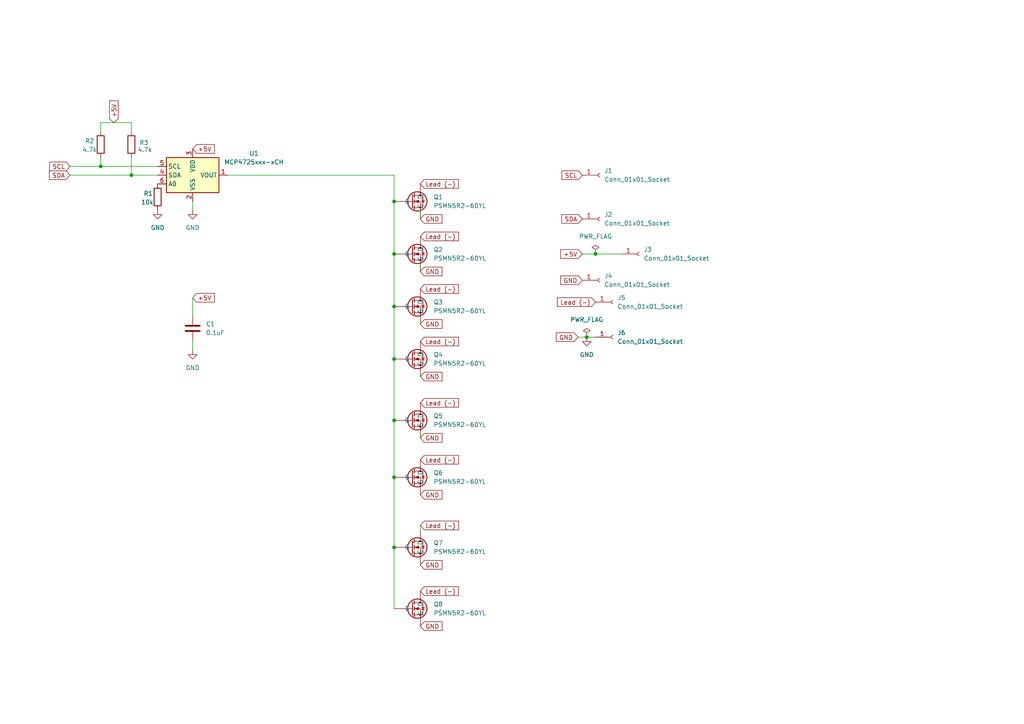
<source format=kicad_sch>
(kicad_sch
	(version 20231120)
	(generator "eeschema")
	(generator_version "8.0")
	(uuid "17784a66-3ca1-4a0e-9a53-4ff6a0d04d78")
	(paper "A4")
	(lib_symbols
		(symbol "Analog_DAC:MCP4725xxx-xCH"
			(exclude_from_sim no)
			(in_bom yes)
			(on_board yes)
			(property "Reference" "U"
				(at -6.35 6.35 0)
				(effects
					(font
						(size 1.27 1.27)
					)
				)
			)
			(property "Value" "MCP4725xxx-xCH"
				(at 8.89 6.35 0)
				(effects
					(font
						(size 1.27 1.27)
					)
				)
			)
			(property "Footprint" "Package_TO_SOT_SMD:SOT-23-6"
				(at 0 -6.35 0)
				(effects
					(font
						(size 1.27 1.27)
					)
					(hide yes)
				)
			)
			(property "Datasheet" "http://ww1.microchip.com/downloads/en/DeviceDoc/22039d.pdf"
				(at 0 0 0)
				(effects
					(font
						(size 1.27 1.27)
					)
					(hide yes)
				)
			)
			(property "Description" "12-bit Digital-to-Analog Converter, integrated EEPROM, I2C interface, SOT-23-6"
				(at 0 0 0)
				(effects
					(font
						(size 1.27 1.27)
					)
					(hide yes)
				)
			)
			(property "ki_keywords" "dac twi"
				(at 0 0 0)
				(effects
					(font
						(size 1.27 1.27)
					)
					(hide yes)
				)
			)
			(property "ki_fp_filters" "SOT?23*"
				(at 0 0 0)
				(effects
					(font
						(size 1.27 1.27)
					)
					(hide yes)
				)
			)
			(symbol "MCP4725xxx-xCH_0_1"
				(rectangle
					(start -7.62 5.08)
					(end 7.62 -5.08)
					(stroke
						(width 0.254)
						(type default)
					)
					(fill
						(type background)
					)
				)
			)
			(symbol "MCP4725xxx-xCH_1_1"
				(pin output line
					(at 10.16 0 180)
					(length 2.54)
					(name "VOUT"
						(effects
							(font
								(size 1.27 1.27)
							)
						)
					)
					(number "1"
						(effects
							(font
								(size 1.27 1.27)
							)
						)
					)
				)
				(pin power_in line
					(at 0 -7.62 90)
					(length 2.54)
					(name "VSS"
						(effects
							(font
								(size 1.27 1.27)
							)
						)
					)
					(number "2"
						(effects
							(font
								(size 1.27 1.27)
							)
						)
					)
				)
				(pin power_in line
					(at 0 7.62 270)
					(length 2.54)
					(name "VDD"
						(effects
							(font
								(size 1.27 1.27)
							)
						)
					)
					(number "3"
						(effects
							(font
								(size 1.27 1.27)
							)
						)
					)
				)
				(pin bidirectional line
					(at -10.16 0 0)
					(length 2.54)
					(name "SDA"
						(effects
							(font
								(size 1.27 1.27)
							)
						)
					)
					(number "4"
						(effects
							(font
								(size 1.27 1.27)
							)
						)
					)
				)
				(pin input line
					(at -10.16 2.54 0)
					(length 2.54)
					(name "SCL"
						(effects
							(font
								(size 1.27 1.27)
							)
						)
					)
					(number "5"
						(effects
							(font
								(size 1.27 1.27)
							)
						)
					)
				)
				(pin input line
					(at -10.16 -2.54 0)
					(length 2.54)
					(name "A0"
						(effects
							(font
								(size 1.27 1.27)
							)
						)
					)
					(number "6"
						(effects
							(font
								(size 1.27 1.27)
							)
						)
					)
				)
			)
		)
		(symbol "Connector:Conn_01x01_Socket"
			(pin_names
				(offset 1.016) hide)
			(exclude_from_sim no)
			(in_bom yes)
			(on_board yes)
			(property "Reference" "J"
				(at 0 2.54 0)
				(effects
					(font
						(size 1.27 1.27)
					)
				)
			)
			(property "Value" "Conn_01x01_Socket"
				(at 0 -2.54 0)
				(effects
					(font
						(size 1.27 1.27)
					)
				)
			)
			(property "Footprint" ""
				(at 0 0 0)
				(effects
					(font
						(size 1.27 1.27)
					)
					(hide yes)
				)
			)
			(property "Datasheet" "~"
				(at 0 0 0)
				(effects
					(font
						(size 1.27 1.27)
					)
					(hide yes)
				)
			)
			(property "Description" "Generic connector, single row, 01x01, script generated"
				(at 0 0 0)
				(effects
					(font
						(size 1.27 1.27)
					)
					(hide yes)
				)
			)
			(property "ki_locked" ""
				(at 0 0 0)
				(effects
					(font
						(size 1.27 1.27)
					)
				)
			)
			(property "ki_keywords" "connector"
				(at 0 0 0)
				(effects
					(font
						(size 1.27 1.27)
					)
					(hide yes)
				)
			)
			(property "ki_fp_filters" "Connector*:*_1x??_*"
				(at 0 0 0)
				(effects
					(font
						(size 1.27 1.27)
					)
					(hide yes)
				)
			)
			(symbol "Conn_01x01_Socket_1_1"
				(polyline
					(pts
						(xy -1.27 0) (xy -0.508 0)
					)
					(stroke
						(width 0.1524)
						(type default)
					)
					(fill
						(type none)
					)
				)
				(arc
					(start 0 0.508)
					(mid -0.5058 0)
					(end 0 -0.508)
					(stroke
						(width 0.1524)
						(type default)
					)
					(fill
						(type none)
					)
				)
				(pin passive line
					(at -5.08 0 0)
					(length 3.81)
					(name "Pin_1"
						(effects
							(font
								(size 1.27 1.27)
							)
						)
					)
					(number "1"
						(effects
							(font
								(size 1.27 1.27)
							)
						)
					)
				)
			)
		)
		(symbol "Device:C"
			(pin_numbers hide)
			(pin_names
				(offset 0.254)
			)
			(exclude_from_sim no)
			(in_bom yes)
			(on_board yes)
			(property "Reference" "C"
				(at 0.635 2.54 0)
				(effects
					(font
						(size 1.27 1.27)
					)
					(justify left)
				)
			)
			(property "Value" "C"
				(at 0.635 -2.54 0)
				(effects
					(font
						(size 1.27 1.27)
					)
					(justify left)
				)
			)
			(property "Footprint" ""
				(at 0.9652 -3.81 0)
				(effects
					(font
						(size 1.27 1.27)
					)
					(hide yes)
				)
			)
			(property "Datasheet" "~"
				(at 0 0 0)
				(effects
					(font
						(size 1.27 1.27)
					)
					(hide yes)
				)
			)
			(property "Description" "Unpolarized capacitor"
				(at 0 0 0)
				(effects
					(font
						(size 1.27 1.27)
					)
					(hide yes)
				)
			)
			(property "ki_keywords" "cap capacitor"
				(at 0 0 0)
				(effects
					(font
						(size 1.27 1.27)
					)
					(hide yes)
				)
			)
			(property "ki_fp_filters" "C_*"
				(at 0 0 0)
				(effects
					(font
						(size 1.27 1.27)
					)
					(hide yes)
				)
			)
			(symbol "C_0_1"
				(polyline
					(pts
						(xy -2.032 -0.762) (xy 2.032 -0.762)
					)
					(stroke
						(width 0.508)
						(type default)
					)
					(fill
						(type none)
					)
				)
				(polyline
					(pts
						(xy -2.032 0.762) (xy 2.032 0.762)
					)
					(stroke
						(width 0.508)
						(type default)
					)
					(fill
						(type none)
					)
				)
			)
			(symbol "C_1_1"
				(pin passive line
					(at 0 3.81 270)
					(length 2.794)
					(name "~"
						(effects
							(font
								(size 1.27 1.27)
							)
						)
					)
					(number "1"
						(effects
							(font
								(size 1.27 1.27)
							)
						)
					)
				)
				(pin passive line
					(at 0 -3.81 90)
					(length 2.794)
					(name "~"
						(effects
							(font
								(size 1.27 1.27)
							)
						)
					)
					(number "2"
						(effects
							(font
								(size 1.27 1.27)
							)
						)
					)
				)
			)
		)
		(symbol "Device:R"
			(pin_numbers hide)
			(pin_names
				(offset 0)
			)
			(exclude_from_sim no)
			(in_bom yes)
			(on_board yes)
			(property "Reference" "R"
				(at 2.032 0 90)
				(effects
					(font
						(size 1.27 1.27)
					)
				)
			)
			(property "Value" "R"
				(at 0 0 90)
				(effects
					(font
						(size 1.27 1.27)
					)
				)
			)
			(property "Footprint" ""
				(at -1.778 0 90)
				(effects
					(font
						(size 1.27 1.27)
					)
					(hide yes)
				)
			)
			(property "Datasheet" "~"
				(at 0 0 0)
				(effects
					(font
						(size 1.27 1.27)
					)
					(hide yes)
				)
			)
			(property "Description" "Resistor"
				(at 0 0 0)
				(effects
					(font
						(size 1.27 1.27)
					)
					(hide yes)
				)
			)
			(property "ki_keywords" "R res resistor"
				(at 0 0 0)
				(effects
					(font
						(size 1.27 1.27)
					)
					(hide yes)
				)
			)
			(property "ki_fp_filters" "R_*"
				(at 0 0 0)
				(effects
					(font
						(size 1.27 1.27)
					)
					(hide yes)
				)
			)
			(symbol "R_0_1"
				(rectangle
					(start -1.016 -2.54)
					(end 1.016 2.54)
					(stroke
						(width 0.254)
						(type default)
					)
					(fill
						(type none)
					)
				)
			)
			(symbol "R_1_1"
				(pin passive line
					(at 0 3.81 270)
					(length 1.27)
					(name "~"
						(effects
							(font
								(size 1.27 1.27)
							)
						)
					)
					(number "1"
						(effects
							(font
								(size 1.27 1.27)
							)
						)
					)
				)
				(pin passive line
					(at 0 -3.81 90)
					(length 1.27)
					(name "~"
						(effects
							(font
								(size 1.27 1.27)
							)
						)
					)
					(number "2"
						(effects
							(font
								(size 1.27 1.27)
							)
						)
					)
				)
			)
		)
		(symbol "PSMN5R2-60YL_1"
			(pin_numbers hide)
			(exclude_from_sim no)
			(in_bom yes)
			(on_board yes)
			(property "Reference" "Q"
				(at 5.715 1.905 0)
				(effects
					(font
						(size 1.27 1.27)
					)
				)
			)
			(property "Value" "PSMN5R2-60YL"
				(at 12.7 0 0)
				(effects
					(font
						(size 1.27 1.27)
					)
				)
			)
			(property "Footprint" "Package_TO_SOT_SMD:LFPAK56"
				(at 5.08 -1.905 0)
				(effects
					(font
						(size 1.27 1.27)
						(italic yes)
					)
					(justify left)
					(hide yes)
				)
			)
			(property "Datasheet" "https://assets.nexperia.com/documents/data-sheet/PSMN5R2-60YL.pdf"
				(at 5.08 -3.81 0)
				(effects
					(font
						(size 1.27 1.27)
					)
					(justify left)
					(hide yes)
				)
			)
			(property "Description" "100A, 60V Vds, N-Channel MOSFET, 5.2mOhm Ron, LFPAK56"
				(at 0 0 0)
				(effects
					(font
						(size 1.27 1.27)
					)
					(hide yes)
				)
			)
			(property "ki_keywords" "N-Channel MOSFET"
				(at 0 0 0)
				(effects
					(font
						(size 1.27 1.27)
					)
					(hide yes)
				)
			)
			(property "ki_fp_filters" "LFPAK56*"
				(at 0 0 0)
				(effects
					(font
						(size 1.27 1.27)
					)
					(hide yes)
				)
			)
			(symbol "PSMN5R2-60YL_1_0_1"
				(polyline
					(pts
						(xy 0.254 0) (xy -2.54 0)
					)
					(stroke
						(width 0)
						(type default)
					)
					(fill
						(type none)
					)
				)
				(polyline
					(pts
						(xy 0.254 1.905) (xy 0.254 -1.905)
					)
					(stroke
						(width 0.254)
						(type default)
					)
					(fill
						(type none)
					)
				)
				(polyline
					(pts
						(xy 0.762 -1.27) (xy 0.762 -2.286)
					)
					(stroke
						(width 0.254)
						(type default)
					)
					(fill
						(type none)
					)
				)
				(polyline
					(pts
						(xy 0.762 0.508) (xy 0.762 -0.508)
					)
					(stroke
						(width 0.254)
						(type default)
					)
					(fill
						(type none)
					)
				)
				(polyline
					(pts
						(xy 0.762 2.286) (xy 0.762 1.27)
					)
					(stroke
						(width 0.254)
						(type default)
					)
					(fill
						(type none)
					)
				)
				(polyline
					(pts
						(xy 2.54 2.54) (xy 2.54 1.778)
					)
					(stroke
						(width 0)
						(type default)
					)
					(fill
						(type none)
					)
				)
				(polyline
					(pts
						(xy 2.54 -2.54) (xy 2.54 0) (xy 0.762 0)
					)
					(stroke
						(width 0)
						(type default)
					)
					(fill
						(type none)
					)
				)
				(polyline
					(pts
						(xy 0.762 -1.778) (xy 3.302 -1.778) (xy 3.302 1.778) (xy 0.762 1.778)
					)
					(stroke
						(width 0)
						(type default)
					)
					(fill
						(type none)
					)
				)
				(polyline
					(pts
						(xy 1.016 0) (xy 2.032 0.381) (xy 2.032 -0.381) (xy 1.016 0)
					)
					(stroke
						(width 0)
						(type default)
					)
					(fill
						(type outline)
					)
				)
				(polyline
					(pts
						(xy 2.794 0.508) (xy 2.921 0.381) (xy 3.683 0.381) (xy 3.81 0.254)
					)
					(stroke
						(width 0)
						(type default)
					)
					(fill
						(type none)
					)
				)
				(polyline
					(pts
						(xy 3.302 0.381) (xy 2.921 -0.254) (xy 3.683 -0.254) (xy 3.302 0.381)
					)
					(stroke
						(width 0)
						(type default)
					)
					(fill
						(type none)
					)
				)
				(circle
					(center 1.651 0)
					(radius 2.794)
					(stroke
						(width 0.254)
						(type default)
					)
					(fill
						(type none)
					)
				)
				(circle
					(center 2.54 -1.778)
					(radius 0.254)
					(stroke
						(width 0)
						(type default)
					)
					(fill
						(type outline)
					)
				)
				(circle
					(center 2.54 1.778)
					(radius 0.254)
					(stroke
						(width 0)
						(type default)
					)
					(fill
						(type outline)
					)
				)
			)
			(symbol "PSMN5R2-60YL_1_1_1"
				(pin passive line
					(at 2.54 -5.08 90)
					(length 2.54)
					(name "S"
						(effects
							(font
								(size 1.27 1.27)
							)
						)
					)
					(number "1"
						(effects
							(font
								(size 1.27 1.27)
							)
						)
					)
				)
				(pin passive line
					(at 2.54 -5.08 90)
					(length 2.54) hide
					(name "S"
						(effects
							(font
								(size 1.27 1.27)
							)
						)
					)
					(number "2"
						(effects
							(font
								(size 1.27 1.27)
							)
						)
					)
				)
				(pin passive line
					(at 2.54 -5.08 90)
					(length 2.54) hide
					(name "S"
						(effects
							(font
								(size 1.27 1.27)
							)
						)
					)
					(number "3"
						(effects
							(font
								(size 1.27 1.27)
							)
						)
					)
				)
				(pin passive line
					(at -5.08 0 0)
					(length 2.54)
					(name "G"
						(effects
							(font
								(size 1.27 1.27)
							)
						)
					)
					(number "4"
						(effects
							(font
								(size 1.27 1.27)
							)
						)
					)
				)
				(pin passive line
					(at 2.54 5.08 270)
					(length 2.54)
					(name "D"
						(effects
							(font
								(size 1.27 1.27)
							)
						)
					)
					(number "5"
						(effects
							(font
								(size 1.27 1.27)
							)
						)
					)
				)
			)
		)
		(symbol "PSMN5R2-60YL_2"
			(pin_numbers hide)
			(exclude_from_sim no)
			(in_bom yes)
			(on_board yes)
			(property "Reference" "Q"
				(at 5.715 1.905 0)
				(effects
					(font
						(size 1.27 1.27)
					)
				)
			)
			(property "Value" "PSMN5R2-60YL"
				(at 12.7 0 0)
				(effects
					(font
						(size 1.27 1.27)
					)
				)
			)
			(property "Footprint" "Package_TO_SOT_SMD:LFPAK56"
				(at 5.08 -1.905 0)
				(effects
					(font
						(size 1.27 1.27)
						(italic yes)
					)
					(justify left)
					(hide yes)
				)
			)
			(property "Datasheet" "https://assets.nexperia.com/documents/data-sheet/PSMN5R2-60YL.pdf"
				(at 5.08 -3.81 0)
				(effects
					(font
						(size 1.27 1.27)
					)
					(justify left)
					(hide yes)
				)
			)
			(property "Description" "100A, 60V Vds, N-Channel MOSFET, 5.2mOhm Ron, LFPAK56"
				(at 0 0 0)
				(effects
					(font
						(size 1.27 1.27)
					)
					(hide yes)
				)
			)
			(property "ki_keywords" "N-Channel MOSFET"
				(at 0 0 0)
				(effects
					(font
						(size 1.27 1.27)
					)
					(hide yes)
				)
			)
			(property "ki_fp_filters" "LFPAK56*"
				(at 0 0 0)
				(effects
					(font
						(size 1.27 1.27)
					)
					(hide yes)
				)
			)
			(symbol "PSMN5R2-60YL_2_0_1"
				(polyline
					(pts
						(xy 0.254 0) (xy -2.54 0)
					)
					(stroke
						(width 0)
						(type default)
					)
					(fill
						(type none)
					)
				)
				(polyline
					(pts
						(xy 0.254 1.905) (xy 0.254 -1.905)
					)
					(stroke
						(width 0.254)
						(type default)
					)
					(fill
						(type none)
					)
				)
				(polyline
					(pts
						(xy 0.762 -1.27) (xy 0.762 -2.286)
					)
					(stroke
						(width 0.254)
						(type default)
					)
					(fill
						(type none)
					)
				)
				(polyline
					(pts
						(xy 0.762 0.508) (xy 0.762 -0.508)
					)
					(stroke
						(width 0.254)
						(type default)
					)
					(fill
						(type none)
					)
				)
				(polyline
					(pts
						(xy 0.762 2.286) (xy 0.762 1.27)
					)
					(stroke
						(width 0.254)
						(type default)
					)
					(fill
						(type none)
					)
				)
				(polyline
					(pts
						(xy 2.54 2.54) (xy 2.54 1.778)
					)
					(stroke
						(width 0)
						(type default)
					)
					(fill
						(type none)
					)
				)
				(polyline
					(pts
						(xy 2.54 -2.54) (xy 2.54 0) (xy 0.762 0)
					)
					(stroke
						(width 0)
						(type default)
					)
					(fill
						(type none)
					)
				)
				(polyline
					(pts
						(xy 0.762 -1.778) (xy 3.302 -1.778) (xy 3.302 1.778) (xy 0.762 1.778)
					)
					(stroke
						(width 0)
						(type default)
					)
					(fill
						(type none)
					)
				)
				(polyline
					(pts
						(xy 1.016 0) (xy 2.032 0.381) (xy 2.032 -0.381) (xy 1.016 0)
					)
					(stroke
						(width 0)
						(type default)
					)
					(fill
						(type outline)
					)
				)
				(polyline
					(pts
						(xy 2.794 0.508) (xy 2.921 0.381) (xy 3.683 0.381) (xy 3.81 0.254)
					)
					(stroke
						(width 0)
						(type default)
					)
					(fill
						(type none)
					)
				)
				(polyline
					(pts
						(xy 3.302 0.381) (xy 2.921 -0.254) (xy 3.683 -0.254) (xy 3.302 0.381)
					)
					(stroke
						(width 0)
						(type default)
					)
					(fill
						(type none)
					)
				)
				(circle
					(center 1.651 0)
					(radius 2.794)
					(stroke
						(width 0.254)
						(type default)
					)
					(fill
						(type none)
					)
				)
				(circle
					(center 2.54 -1.778)
					(radius 0.254)
					(stroke
						(width 0)
						(type default)
					)
					(fill
						(type outline)
					)
				)
				(circle
					(center 2.54 1.778)
					(radius 0.254)
					(stroke
						(width 0)
						(type default)
					)
					(fill
						(type outline)
					)
				)
			)
			(symbol "PSMN5R2-60YL_2_1_1"
				(pin passive line
					(at 2.54 -5.08 90)
					(length 2.54)
					(name "S"
						(effects
							(font
								(size 1.27 1.27)
							)
						)
					)
					(number "1"
						(effects
							(font
								(size 1.27 1.27)
							)
						)
					)
				)
				(pin passive line
					(at 2.54 -5.08 90)
					(length 2.54) hide
					(name "S"
						(effects
							(font
								(size 1.27 1.27)
							)
						)
					)
					(number "2"
						(effects
							(font
								(size 1.27 1.27)
							)
						)
					)
				)
				(pin passive line
					(at 2.54 -5.08 90)
					(length 2.54) hide
					(name "S"
						(effects
							(font
								(size 1.27 1.27)
							)
						)
					)
					(number "3"
						(effects
							(font
								(size 1.27 1.27)
							)
						)
					)
				)
				(pin passive line
					(at -5.08 0 0)
					(length 2.54)
					(name "G"
						(effects
							(font
								(size 1.27 1.27)
							)
						)
					)
					(number "4"
						(effects
							(font
								(size 1.27 1.27)
							)
						)
					)
				)
				(pin passive line
					(at 2.54 5.08 270)
					(length 2.54)
					(name "D"
						(effects
							(font
								(size 1.27 1.27)
							)
						)
					)
					(number "5"
						(effects
							(font
								(size 1.27 1.27)
							)
						)
					)
				)
			)
		)
		(symbol "PSMN5R2-60YL_3"
			(pin_numbers hide)
			(exclude_from_sim no)
			(in_bom yes)
			(on_board yes)
			(property "Reference" "Q"
				(at 5.715 1.905 0)
				(effects
					(font
						(size 1.27 1.27)
					)
				)
			)
			(property "Value" "PSMN5R2-60YL"
				(at 12.7 0 0)
				(effects
					(font
						(size 1.27 1.27)
					)
				)
			)
			(property "Footprint" "Package_TO_SOT_SMD:LFPAK56"
				(at 5.08 -1.905 0)
				(effects
					(font
						(size 1.27 1.27)
						(italic yes)
					)
					(justify left)
					(hide yes)
				)
			)
			(property "Datasheet" "https://assets.nexperia.com/documents/data-sheet/PSMN5R2-60YL.pdf"
				(at 5.08 -3.81 0)
				(effects
					(font
						(size 1.27 1.27)
					)
					(justify left)
					(hide yes)
				)
			)
			(property "Description" "100A, 60V Vds, N-Channel MOSFET, 5.2mOhm Ron, LFPAK56"
				(at 0 0 0)
				(effects
					(font
						(size 1.27 1.27)
					)
					(hide yes)
				)
			)
			(property "ki_keywords" "N-Channel MOSFET"
				(at 0 0 0)
				(effects
					(font
						(size 1.27 1.27)
					)
					(hide yes)
				)
			)
			(property "ki_fp_filters" "LFPAK56*"
				(at 0 0 0)
				(effects
					(font
						(size 1.27 1.27)
					)
					(hide yes)
				)
			)
			(symbol "PSMN5R2-60YL_3_0_1"
				(polyline
					(pts
						(xy 0.254 0) (xy -2.54 0)
					)
					(stroke
						(width 0)
						(type default)
					)
					(fill
						(type none)
					)
				)
				(polyline
					(pts
						(xy 0.254 1.905) (xy 0.254 -1.905)
					)
					(stroke
						(width 0.254)
						(type default)
					)
					(fill
						(type none)
					)
				)
				(polyline
					(pts
						(xy 0.762 -1.27) (xy 0.762 -2.286)
					)
					(stroke
						(width 0.254)
						(type default)
					)
					(fill
						(type none)
					)
				)
				(polyline
					(pts
						(xy 0.762 0.508) (xy 0.762 -0.508)
					)
					(stroke
						(width 0.254)
						(type default)
					)
					(fill
						(type none)
					)
				)
				(polyline
					(pts
						(xy 0.762 2.286) (xy 0.762 1.27)
					)
					(stroke
						(width 0.254)
						(type default)
					)
					(fill
						(type none)
					)
				)
				(polyline
					(pts
						(xy 2.54 2.54) (xy 2.54 1.778)
					)
					(stroke
						(width 0)
						(type default)
					)
					(fill
						(type none)
					)
				)
				(polyline
					(pts
						(xy 2.54 -2.54) (xy 2.54 0) (xy 0.762 0)
					)
					(stroke
						(width 0)
						(type default)
					)
					(fill
						(type none)
					)
				)
				(polyline
					(pts
						(xy 0.762 -1.778) (xy 3.302 -1.778) (xy 3.302 1.778) (xy 0.762 1.778)
					)
					(stroke
						(width 0)
						(type default)
					)
					(fill
						(type none)
					)
				)
				(polyline
					(pts
						(xy 1.016 0) (xy 2.032 0.381) (xy 2.032 -0.381) (xy 1.016 0)
					)
					(stroke
						(width 0)
						(type default)
					)
					(fill
						(type outline)
					)
				)
				(polyline
					(pts
						(xy 2.794 0.508) (xy 2.921 0.381) (xy 3.683 0.381) (xy 3.81 0.254)
					)
					(stroke
						(width 0)
						(type default)
					)
					(fill
						(type none)
					)
				)
				(polyline
					(pts
						(xy 3.302 0.381) (xy 2.921 -0.254) (xy 3.683 -0.254) (xy 3.302 0.381)
					)
					(stroke
						(width 0)
						(type default)
					)
					(fill
						(type none)
					)
				)
				(circle
					(center 1.651 0)
					(radius 2.794)
					(stroke
						(width 0.254)
						(type default)
					)
					(fill
						(type none)
					)
				)
				(circle
					(center 2.54 -1.778)
					(radius 0.254)
					(stroke
						(width 0)
						(type default)
					)
					(fill
						(type outline)
					)
				)
				(circle
					(center 2.54 1.778)
					(radius 0.254)
					(stroke
						(width 0)
						(type default)
					)
					(fill
						(type outline)
					)
				)
			)
			(symbol "PSMN5R2-60YL_3_1_1"
				(pin passive line
					(at 2.54 -5.08 90)
					(length 2.54)
					(name "S"
						(effects
							(font
								(size 1.27 1.27)
							)
						)
					)
					(number "1"
						(effects
							(font
								(size 1.27 1.27)
							)
						)
					)
				)
				(pin passive line
					(at 2.54 -5.08 90)
					(length 2.54) hide
					(name "S"
						(effects
							(font
								(size 1.27 1.27)
							)
						)
					)
					(number "2"
						(effects
							(font
								(size 1.27 1.27)
							)
						)
					)
				)
				(pin passive line
					(at 2.54 -5.08 90)
					(length 2.54) hide
					(name "S"
						(effects
							(font
								(size 1.27 1.27)
							)
						)
					)
					(number "3"
						(effects
							(font
								(size 1.27 1.27)
							)
						)
					)
				)
				(pin passive line
					(at -5.08 0 0)
					(length 2.54)
					(name "G"
						(effects
							(font
								(size 1.27 1.27)
							)
						)
					)
					(number "4"
						(effects
							(font
								(size 1.27 1.27)
							)
						)
					)
				)
				(pin passive line
					(at 2.54 5.08 270)
					(length 2.54)
					(name "D"
						(effects
							(font
								(size 1.27 1.27)
							)
						)
					)
					(number "5"
						(effects
							(font
								(size 1.27 1.27)
							)
						)
					)
				)
			)
		)
		(symbol "PSMN5R2-60YL_5"
			(pin_numbers hide)
			(exclude_from_sim no)
			(in_bom yes)
			(on_board yes)
			(property "Reference" "Q"
				(at 5.715 1.905 0)
				(effects
					(font
						(size 1.27 1.27)
					)
				)
			)
			(property "Value" "PSMN5R2-60YL"
				(at 12.7 0 0)
				(effects
					(font
						(size 1.27 1.27)
					)
				)
			)
			(property "Footprint" "Package_TO_SOT_SMD:LFPAK56"
				(at 5.08 -1.905 0)
				(effects
					(font
						(size 1.27 1.27)
						(italic yes)
					)
					(justify left)
					(hide yes)
				)
			)
			(property "Datasheet" "https://assets.nexperia.com/documents/data-sheet/PSMN5R2-60YL.pdf"
				(at 5.08 -3.81 0)
				(effects
					(font
						(size 1.27 1.27)
					)
					(justify left)
					(hide yes)
				)
			)
			(property "Description" "100A, 60V Vds, N-Channel MOSFET, 5.2mOhm Ron, LFPAK56"
				(at 0 0 0)
				(effects
					(font
						(size 1.27 1.27)
					)
					(hide yes)
				)
			)
			(property "ki_keywords" "N-Channel MOSFET"
				(at 0 0 0)
				(effects
					(font
						(size 1.27 1.27)
					)
					(hide yes)
				)
			)
			(property "ki_fp_filters" "LFPAK56*"
				(at 0 0 0)
				(effects
					(font
						(size 1.27 1.27)
					)
					(hide yes)
				)
			)
			(symbol "PSMN5R2-60YL_5_0_1"
				(polyline
					(pts
						(xy 0.254 0) (xy -2.54 0)
					)
					(stroke
						(width 0)
						(type default)
					)
					(fill
						(type none)
					)
				)
				(polyline
					(pts
						(xy 0.254 1.905) (xy 0.254 -1.905)
					)
					(stroke
						(width 0.254)
						(type default)
					)
					(fill
						(type none)
					)
				)
				(polyline
					(pts
						(xy 0.762 -1.27) (xy 0.762 -2.286)
					)
					(stroke
						(width 0.254)
						(type default)
					)
					(fill
						(type none)
					)
				)
				(polyline
					(pts
						(xy 0.762 0.508) (xy 0.762 -0.508)
					)
					(stroke
						(width 0.254)
						(type default)
					)
					(fill
						(type none)
					)
				)
				(polyline
					(pts
						(xy 0.762 2.286) (xy 0.762 1.27)
					)
					(stroke
						(width 0.254)
						(type default)
					)
					(fill
						(type none)
					)
				)
				(polyline
					(pts
						(xy 2.54 2.54) (xy 2.54 1.778)
					)
					(stroke
						(width 0)
						(type default)
					)
					(fill
						(type none)
					)
				)
				(polyline
					(pts
						(xy 2.54 -2.54) (xy 2.54 0) (xy 0.762 0)
					)
					(stroke
						(width 0)
						(type default)
					)
					(fill
						(type none)
					)
				)
				(polyline
					(pts
						(xy 0.762 -1.778) (xy 3.302 -1.778) (xy 3.302 1.778) (xy 0.762 1.778)
					)
					(stroke
						(width 0)
						(type default)
					)
					(fill
						(type none)
					)
				)
				(polyline
					(pts
						(xy 1.016 0) (xy 2.032 0.381) (xy 2.032 -0.381) (xy 1.016 0)
					)
					(stroke
						(width 0)
						(type default)
					)
					(fill
						(type outline)
					)
				)
				(polyline
					(pts
						(xy 2.794 0.508) (xy 2.921 0.381) (xy 3.683 0.381) (xy 3.81 0.254)
					)
					(stroke
						(width 0)
						(type default)
					)
					(fill
						(type none)
					)
				)
				(polyline
					(pts
						(xy 3.302 0.381) (xy 2.921 -0.254) (xy 3.683 -0.254) (xy 3.302 0.381)
					)
					(stroke
						(width 0)
						(type default)
					)
					(fill
						(type none)
					)
				)
				(circle
					(center 1.651 0)
					(radius 2.794)
					(stroke
						(width 0.254)
						(type default)
					)
					(fill
						(type none)
					)
				)
				(circle
					(center 2.54 -1.778)
					(radius 0.254)
					(stroke
						(width 0)
						(type default)
					)
					(fill
						(type outline)
					)
				)
				(circle
					(center 2.54 1.778)
					(radius 0.254)
					(stroke
						(width 0)
						(type default)
					)
					(fill
						(type outline)
					)
				)
			)
			(symbol "PSMN5R2-60YL_5_1_1"
				(pin passive line
					(at 2.54 -5.08 90)
					(length 2.54)
					(name "S"
						(effects
							(font
								(size 1.27 1.27)
							)
						)
					)
					(number "1"
						(effects
							(font
								(size 1.27 1.27)
							)
						)
					)
				)
				(pin passive line
					(at 2.54 -5.08 90)
					(length 2.54) hide
					(name "S"
						(effects
							(font
								(size 1.27 1.27)
							)
						)
					)
					(number "2"
						(effects
							(font
								(size 1.27 1.27)
							)
						)
					)
				)
				(pin passive line
					(at 2.54 -5.08 90)
					(length 2.54) hide
					(name "S"
						(effects
							(font
								(size 1.27 1.27)
							)
						)
					)
					(number "3"
						(effects
							(font
								(size 1.27 1.27)
							)
						)
					)
				)
				(pin passive line
					(at -5.08 0 0)
					(length 2.54)
					(name "G"
						(effects
							(font
								(size 1.27 1.27)
							)
						)
					)
					(number "4"
						(effects
							(font
								(size 1.27 1.27)
							)
						)
					)
				)
				(pin passive line
					(at 2.54 5.08 270)
					(length 2.54)
					(name "D"
						(effects
							(font
								(size 1.27 1.27)
							)
						)
					)
					(number "5"
						(effects
							(font
								(size 1.27 1.27)
							)
						)
					)
				)
			)
		)
		(symbol "PSMN5R2-60YL_6"
			(pin_numbers hide)
			(exclude_from_sim no)
			(in_bom yes)
			(on_board yes)
			(property "Reference" "Q"
				(at 5.715 1.905 0)
				(effects
					(font
						(size 1.27 1.27)
					)
				)
			)
			(property "Value" "PSMN5R2-60YL"
				(at 12.7 0 0)
				(effects
					(font
						(size 1.27 1.27)
					)
				)
			)
			(property "Footprint" "Package_TO_SOT_SMD:LFPAK56"
				(at 5.08 -1.905 0)
				(effects
					(font
						(size 1.27 1.27)
						(italic yes)
					)
					(justify left)
					(hide yes)
				)
			)
			(property "Datasheet" "https://assets.nexperia.com/documents/data-sheet/PSMN5R2-60YL.pdf"
				(at 5.08 -3.81 0)
				(effects
					(font
						(size 1.27 1.27)
					)
					(justify left)
					(hide yes)
				)
			)
			(property "Description" "100A, 60V Vds, N-Channel MOSFET, 5.2mOhm Ron, LFPAK56"
				(at 0 0 0)
				(effects
					(font
						(size 1.27 1.27)
					)
					(hide yes)
				)
			)
			(property "ki_keywords" "N-Channel MOSFET"
				(at 0 0 0)
				(effects
					(font
						(size 1.27 1.27)
					)
					(hide yes)
				)
			)
			(property "ki_fp_filters" "LFPAK56*"
				(at 0 0 0)
				(effects
					(font
						(size 1.27 1.27)
					)
					(hide yes)
				)
			)
			(symbol "PSMN5R2-60YL_6_0_1"
				(polyline
					(pts
						(xy 0.254 0) (xy -2.54 0)
					)
					(stroke
						(width 0)
						(type default)
					)
					(fill
						(type none)
					)
				)
				(polyline
					(pts
						(xy 0.254 1.905) (xy 0.254 -1.905)
					)
					(stroke
						(width 0.254)
						(type default)
					)
					(fill
						(type none)
					)
				)
				(polyline
					(pts
						(xy 0.762 -1.27) (xy 0.762 -2.286)
					)
					(stroke
						(width 0.254)
						(type default)
					)
					(fill
						(type none)
					)
				)
				(polyline
					(pts
						(xy 0.762 0.508) (xy 0.762 -0.508)
					)
					(stroke
						(width 0.254)
						(type default)
					)
					(fill
						(type none)
					)
				)
				(polyline
					(pts
						(xy 0.762 2.286) (xy 0.762 1.27)
					)
					(stroke
						(width 0.254)
						(type default)
					)
					(fill
						(type none)
					)
				)
				(polyline
					(pts
						(xy 2.54 2.54) (xy 2.54 1.778)
					)
					(stroke
						(width 0)
						(type default)
					)
					(fill
						(type none)
					)
				)
				(polyline
					(pts
						(xy 2.54 -2.54) (xy 2.54 0) (xy 0.762 0)
					)
					(stroke
						(width 0)
						(type default)
					)
					(fill
						(type none)
					)
				)
				(polyline
					(pts
						(xy 0.762 -1.778) (xy 3.302 -1.778) (xy 3.302 1.778) (xy 0.762 1.778)
					)
					(stroke
						(width 0)
						(type default)
					)
					(fill
						(type none)
					)
				)
				(polyline
					(pts
						(xy 1.016 0) (xy 2.032 0.381) (xy 2.032 -0.381) (xy 1.016 0)
					)
					(stroke
						(width 0)
						(type default)
					)
					(fill
						(type outline)
					)
				)
				(polyline
					(pts
						(xy 2.794 0.508) (xy 2.921 0.381) (xy 3.683 0.381) (xy 3.81 0.254)
					)
					(stroke
						(width 0)
						(type default)
					)
					(fill
						(type none)
					)
				)
				(polyline
					(pts
						(xy 3.302 0.381) (xy 2.921 -0.254) (xy 3.683 -0.254) (xy 3.302 0.381)
					)
					(stroke
						(width 0)
						(type default)
					)
					(fill
						(type none)
					)
				)
				(circle
					(center 1.651 0)
					(radius 2.794)
					(stroke
						(width 0.254)
						(type default)
					)
					(fill
						(type none)
					)
				)
				(circle
					(center 2.54 -1.778)
					(radius 0.254)
					(stroke
						(width 0)
						(type default)
					)
					(fill
						(type outline)
					)
				)
				(circle
					(center 2.54 1.778)
					(radius 0.254)
					(stroke
						(width 0)
						(type default)
					)
					(fill
						(type outline)
					)
				)
			)
			(symbol "PSMN5R2-60YL_6_1_1"
				(pin passive line
					(at 2.54 -5.08 90)
					(length 2.54)
					(name "S"
						(effects
							(font
								(size 1.27 1.27)
							)
						)
					)
					(number "1"
						(effects
							(font
								(size 1.27 1.27)
							)
						)
					)
				)
				(pin passive line
					(at 2.54 -5.08 90)
					(length 2.54) hide
					(name "S"
						(effects
							(font
								(size 1.27 1.27)
							)
						)
					)
					(number "2"
						(effects
							(font
								(size 1.27 1.27)
							)
						)
					)
				)
				(pin passive line
					(at 2.54 -5.08 90)
					(length 2.54) hide
					(name "S"
						(effects
							(font
								(size 1.27 1.27)
							)
						)
					)
					(number "3"
						(effects
							(font
								(size 1.27 1.27)
							)
						)
					)
				)
				(pin passive line
					(at -5.08 0 0)
					(length 2.54)
					(name "G"
						(effects
							(font
								(size 1.27 1.27)
							)
						)
					)
					(number "4"
						(effects
							(font
								(size 1.27 1.27)
							)
						)
					)
				)
				(pin passive line
					(at 2.54 5.08 270)
					(length 2.54)
					(name "D"
						(effects
							(font
								(size 1.27 1.27)
							)
						)
					)
					(number "5"
						(effects
							(font
								(size 1.27 1.27)
							)
						)
					)
				)
			)
		)
		(symbol "PSMN5R2-60YL_7"
			(pin_numbers hide)
			(exclude_from_sim no)
			(in_bom yes)
			(on_board yes)
			(property "Reference" "Q"
				(at 5.715 1.905 0)
				(effects
					(font
						(size 1.27 1.27)
					)
				)
			)
			(property "Value" "PSMN5R2-60YL"
				(at 12.7 0 0)
				(effects
					(font
						(size 1.27 1.27)
					)
				)
			)
			(property "Footprint" "Package_TO_SOT_SMD:LFPAK56"
				(at 5.08 -1.905 0)
				(effects
					(font
						(size 1.27 1.27)
						(italic yes)
					)
					(justify left)
					(hide yes)
				)
			)
			(property "Datasheet" "https://assets.nexperia.com/documents/data-sheet/PSMN5R2-60YL.pdf"
				(at 5.08 -3.81 0)
				(effects
					(font
						(size 1.27 1.27)
					)
					(justify left)
					(hide yes)
				)
			)
			(property "Description" "100A, 60V Vds, N-Channel MOSFET, 5.2mOhm Ron, LFPAK56"
				(at 0 0 0)
				(effects
					(font
						(size 1.27 1.27)
					)
					(hide yes)
				)
			)
			(property "ki_keywords" "N-Channel MOSFET"
				(at 0 0 0)
				(effects
					(font
						(size 1.27 1.27)
					)
					(hide yes)
				)
			)
			(property "ki_fp_filters" "LFPAK56*"
				(at 0 0 0)
				(effects
					(font
						(size 1.27 1.27)
					)
					(hide yes)
				)
			)
			(symbol "PSMN5R2-60YL_7_0_1"
				(polyline
					(pts
						(xy 0.254 0) (xy -2.54 0)
					)
					(stroke
						(width 0)
						(type default)
					)
					(fill
						(type none)
					)
				)
				(polyline
					(pts
						(xy 0.254 1.905) (xy 0.254 -1.905)
					)
					(stroke
						(width 0.254)
						(type default)
					)
					(fill
						(type none)
					)
				)
				(polyline
					(pts
						(xy 0.762 -1.27) (xy 0.762 -2.286)
					)
					(stroke
						(width 0.254)
						(type default)
					)
					(fill
						(type none)
					)
				)
				(polyline
					(pts
						(xy 0.762 0.508) (xy 0.762 -0.508)
					)
					(stroke
						(width 0.254)
						(type default)
					)
					(fill
						(type none)
					)
				)
				(polyline
					(pts
						(xy 0.762 2.286) (xy 0.762 1.27)
					)
					(stroke
						(width 0.254)
						(type default)
					)
					(fill
						(type none)
					)
				)
				(polyline
					(pts
						(xy 2.54 2.54) (xy 2.54 1.778)
					)
					(stroke
						(width 0)
						(type default)
					)
					(fill
						(type none)
					)
				)
				(polyline
					(pts
						(xy 2.54 -2.54) (xy 2.54 0) (xy 0.762 0)
					)
					(stroke
						(width 0)
						(type default)
					)
					(fill
						(type none)
					)
				)
				(polyline
					(pts
						(xy 0.762 -1.778) (xy 3.302 -1.778) (xy 3.302 1.778) (xy 0.762 1.778)
					)
					(stroke
						(width 0)
						(type default)
					)
					(fill
						(type none)
					)
				)
				(polyline
					(pts
						(xy 1.016 0) (xy 2.032 0.381) (xy 2.032 -0.381) (xy 1.016 0)
					)
					(stroke
						(width 0)
						(type default)
					)
					(fill
						(type outline)
					)
				)
				(polyline
					(pts
						(xy 2.794 0.508) (xy 2.921 0.381) (xy 3.683 0.381) (xy 3.81 0.254)
					)
					(stroke
						(width 0)
						(type default)
					)
					(fill
						(type none)
					)
				)
				(polyline
					(pts
						(xy 3.302 0.381) (xy 2.921 -0.254) (xy 3.683 -0.254) (xy 3.302 0.381)
					)
					(stroke
						(width 0)
						(type default)
					)
					(fill
						(type none)
					)
				)
				(circle
					(center 1.651 0)
					(radius 2.794)
					(stroke
						(width 0.254)
						(type default)
					)
					(fill
						(type none)
					)
				)
				(circle
					(center 2.54 -1.778)
					(radius 0.254)
					(stroke
						(width 0)
						(type default)
					)
					(fill
						(type outline)
					)
				)
				(circle
					(center 2.54 1.778)
					(radius 0.254)
					(stroke
						(width 0)
						(type default)
					)
					(fill
						(type outline)
					)
				)
			)
			(symbol "PSMN5R2-60YL_7_1_1"
				(pin passive line
					(at 2.54 -5.08 90)
					(length 2.54)
					(name "S"
						(effects
							(font
								(size 1.27 1.27)
							)
						)
					)
					(number "1"
						(effects
							(font
								(size 1.27 1.27)
							)
						)
					)
				)
				(pin passive line
					(at 2.54 -5.08 90)
					(length 2.54) hide
					(name "S"
						(effects
							(font
								(size 1.27 1.27)
							)
						)
					)
					(number "2"
						(effects
							(font
								(size 1.27 1.27)
							)
						)
					)
				)
				(pin passive line
					(at 2.54 -5.08 90)
					(length 2.54) hide
					(name "S"
						(effects
							(font
								(size 1.27 1.27)
							)
						)
					)
					(number "3"
						(effects
							(font
								(size 1.27 1.27)
							)
						)
					)
				)
				(pin passive line
					(at -5.08 0 0)
					(length 2.54)
					(name "G"
						(effects
							(font
								(size 1.27 1.27)
							)
						)
					)
					(number "4"
						(effects
							(font
								(size 1.27 1.27)
							)
						)
					)
				)
				(pin passive line
					(at 2.54 5.08 270)
					(length 2.54)
					(name "D"
						(effects
							(font
								(size 1.27 1.27)
							)
						)
					)
					(number "5"
						(effects
							(font
								(size 1.27 1.27)
							)
						)
					)
				)
			)
		)
		(symbol "Transistor_FET:PSMN5R2-60YL"
			(pin_numbers hide)
			(exclude_from_sim no)
			(in_bom yes)
			(on_board yes)
			(property "Reference" "Q"
				(at 5.715 1.905 0)
				(effects
					(font
						(size 1.27 1.27)
					)
				)
			)
			(property "Value" "PSMN5R2-60YL"
				(at 12.7 0 0)
				(effects
					(font
						(size 1.27 1.27)
					)
				)
			)
			(property "Footprint" "Package_TO_SOT_SMD:LFPAK56"
				(at 5.08 -1.905 0)
				(effects
					(font
						(size 1.27 1.27)
						(italic yes)
					)
					(justify left)
					(hide yes)
				)
			)
			(property "Datasheet" "https://assets.nexperia.com/documents/data-sheet/PSMN5R2-60YL.pdf"
				(at 5.08 -3.81 0)
				(effects
					(font
						(size 1.27 1.27)
					)
					(justify left)
					(hide yes)
				)
			)
			(property "Description" "100A, 60V Vds, N-Channel MOSFET, 5.2mOhm Ron, LFPAK56"
				(at 0 0 0)
				(effects
					(font
						(size 1.27 1.27)
					)
					(hide yes)
				)
			)
			(property "ki_keywords" "N-Channel MOSFET"
				(at 0 0 0)
				(effects
					(font
						(size 1.27 1.27)
					)
					(hide yes)
				)
			)
			(property "ki_fp_filters" "LFPAK56*"
				(at 0 0 0)
				(effects
					(font
						(size 1.27 1.27)
					)
					(hide yes)
				)
			)
			(symbol "PSMN5R2-60YL_0_1"
				(polyline
					(pts
						(xy 0.254 0) (xy -2.54 0)
					)
					(stroke
						(width 0)
						(type default)
					)
					(fill
						(type none)
					)
				)
				(polyline
					(pts
						(xy 0.254 1.905) (xy 0.254 -1.905)
					)
					(stroke
						(width 0.254)
						(type default)
					)
					(fill
						(type none)
					)
				)
				(polyline
					(pts
						(xy 0.762 -1.27) (xy 0.762 -2.286)
					)
					(stroke
						(width 0.254)
						(type default)
					)
					(fill
						(type none)
					)
				)
				(polyline
					(pts
						(xy 0.762 0.508) (xy 0.762 -0.508)
					)
					(stroke
						(width 0.254)
						(type default)
					)
					(fill
						(type none)
					)
				)
				(polyline
					(pts
						(xy 0.762 2.286) (xy 0.762 1.27)
					)
					(stroke
						(width 0.254)
						(type default)
					)
					(fill
						(type none)
					)
				)
				(polyline
					(pts
						(xy 2.54 2.54) (xy 2.54 1.778)
					)
					(stroke
						(width 0)
						(type default)
					)
					(fill
						(type none)
					)
				)
				(polyline
					(pts
						(xy 2.54 -2.54) (xy 2.54 0) (xy 0.762 0)
					)
					(stroke
						(width 0)
						(type default)
					)
					(fill
						(type none)
					)
				)
				(polyline
					(pts
						(xy 0.762 -1.778) (xy 3.302 -1.778) (xy 3.302 1.778) (xy 0.762 1.778)
					)
					(stroke
						(width 0)
						(type default)
					)
					(fill
						(type none)
					)
				)
				(polyline
					(pts
						(xy 1.016 0) (xy 2.032 0.381) (xy 2.032 -0.381) (xy 1.016 0)
					)
					(stroke
						(width 0)
						(type default)
					)
					(fill
						(type outline)
					)
				)
				(polyline
					(pts
						(xy 2.794 0.508) (xy 2.921 0.381) (xy 3.683 0.381) (xy 3.81 0.254)
					)
					(stroke
						(width 0)
						(type default)
					)
					(fill
						(type none)
					)
				)
				(polyline
					(pts
						(xy 3.302 0.381) (xy 2.921 -0.254) (xy 3.683 -0.254) (xy 3.302 0.381)
					)
					(stroke
						(width 0)
						(type default)
					)
					(fill
						(type none)
					)
				)
				(circle
					(center 1.651 0)
					(radius 2.794)
					(stroke
						(width 0.254)
						(type default)
					)
					(fill
						(type none)
					)
				)
				(circle
					(center 2.54 -1.778)
					(radius 0.254)
					(stroke
						(width 0)
						(type default)
					)
					(fill
						(type outline)
					)
				)
				(circle
					(center 2.54 1.778)
					(radius 0.254)
					(stroke
						(width 0)
						(type default)
					)
					(fill
						(type outline)
					)
				)
			)
			(symbol "PSMN5R2-60YL_1_1"
				(pin passive line
					(at 2.54 -5.08 90)
					(length 2.54)
					(name "S"
						(effects
							(font
								(size 1.27 1.27)
							)
						)
					)
					(number "1"
						(effects
							(font
								(size 1.27 1.27)
							)
						)
					)
				)
				(pin passive line
					(at 2.54 -5.08 90)
					(length 2.54) hide
					(name "S"
						(effects
							(font
								(size 1.27 1.27)
							)
						)
					)
					(number "2"
						(effects
							(font
								(size 1.27 1.27)
							)
						)
					)
				)
				(pin passive line
					(at 2.54 -5.08 90)
					(length 2.54) hide
					(name "S"
						(effects
							(font
								(size 1.27 1.27)
							)
						)
					)
					(number "3"
						(effects
							(font
								(size 1.27 1.27)
							)
						)
					)
				)
				(pin passive line
					(at -5.08 0 0)
					(length 2.54)
					(name "G"
						(effects
							(font
								(size 1.27 1.27)
							)
						)
					)
					(number "4"
						(effects
							(font
								(size 1.27 1.27)
							)
						)
					)
				)
				(pin passive line
					(at 2.54 5.08 270)
					(length 2.54)
					(name "D"
						(effects
							(font
								(size 1.27 1.27)
							)
						)
					)
					(number "5"
						(effects
							(font
								(size 1.27 1.27)
							)
						)
					)
				)
			)
		)
		(symbol "power:GND"
			(power)
			(pin_numbers hide)
			(pin_names
				(offset 0) hide)
			(exclude_from_sim no)
			(in_bom yes)
			(on_board yes)
			(property "Reference" "#PWR"
				(at 0 -6.35 0)
				(effects
					(font
						(size 1.27 1.27)
					)
					(hide yes)
				)
			)
			(property "Value" "GND"
				(at 0 -3.81 0)
				(effects
					(font
						(size 1.27 1.27)
					)
				)
			)
			(property "Footprint" ""
				(at 0 0 0)
				(effects
					(font
						(size 1.27 1.27)
					)
					(hide yes)
				)
			)
			(property "Datasheet" ""
				(at 0 0 0)
				(effects
					(font
						(size 1.27 1.27)
					)
					(hide yes)
				)
			)
			(property "Description" "Power symbol creates a global label with name \"GND\" , ground"
				(at 0 0 0)
				(effects
					(font
						(size 1.27 1.27)
					)
					(hide yes)
				)
			)
			(property "ki_keywords" "global power"
				(at 0 0 0)
				(effects
					(font
						(size 1.27 1.27)
					)
					(hide yes)
				)
			)
			(symbol "GND_0_1"
				(polyline
					(pts
						(xy 0 0) (xy 0 -1.27) (xy 1.27 -1.27) (xy 0 -2.54) (xy -1.27 -1.27) (xy 0 -1.27)
					)
					(stroke
						(width 0)
						(type default)
					)
					(fill
						(type none)
					)
				)
			)
			(symbol "GND_1_1"
				(pin power_in line
					(at 0 0 270)
					(length 0)
					(name "~"
						(effects
							(font
								(size 1.27 1.27)
							)
						)
					)
					(number "1"
						(effects
							(font
								(size 1.27 1.27)
							)
						)
					)
				)
			)
		)
		(symbol "power:PWR_FLAG"
			(power)
			(pin_numbers hide)
			(pin_names
				(offset 0) hide)
			(exclude_from_sim no)
			(in_bom yes)
			(on_board yes)
			(property "Reference" "#FLG"
				(at 0 1.905 0)
				(effects
					(font
						(size 1.27 1.27)
					)
					(hide yes)
				)
			)
			(property "Value" "PWR_FLAG"
				(at 0 3.81 0)
				(effects
					(font
						(size 1.27 1.27)
					)
				)
			)
			(property "Footprint" ""
				(at 0 0 0)
				(effects
					(font
						(size 1.27 1.27)
					)
					(hide yes)
				)
			)
			(property "Datasheet" "~"
				(at 0 0 0)
				(effects
					(font
						(size 1.27 1.27)
					)
					(hide yes)
				)
			)
			(property "Description" "Special symbol for telling ERC where power comes from"
				(at 0 0 0)
				(effects
					(font
						(size 1.27 1.27)
					)
					(hide yes)
				)
			)
			(property "ki_keywords" "flag power"
				(at 0 0 0)
				(effects
					(font
						(size 1.27 1.27)
					)
					(hide yes)
				)
			)
			(symbol "PWR_FLAG_0_0"
				(pin power_out line
					(at 0 0 90)
					(length 0)
					(name "~"
						(effects
							(font
								(size 1.27 1.27)
							)
						)
					)
					(number "1"
						(effects
							(font
								(size 1.27 1.27)
							)
						)
					)
				)
			)
			(symbol "PWR_FLAG_0_1"
				(polyline
					(pts
						(xy 0 0) (xy 0 1.27) (xy -1.016 1.905) (xy 0 2.54) (xy 1.016 1.905) (xy 0 1.27)
					)
					(stroke
						(width 0)
						(type default)
					)
					(fill
						(type none)
					)
				)
			)
		)
	)
	(junction
		(at 114.3 121.92)
		(diameter 0)
		(color 0 0 0 0)
		(uuid "0efe5cc4-8b0b-4373-a8a4-4d4df291170a")
	)
	(junction
		(at 170.18 97.79)
		(diameter 0)
		(color 0 0 0 0)
		(uuid "59733ef0-2086-456d-bdaf-5fb98359ee10")
	)
	(junction
		(at 172.72 73.66)
		(diameter 0)
		(color 0 0 0 0)
		(uuid "6c19506a-c448-43d7-b697-fe5c4092321f")
	)
	(junction
		(at 114.3 104.14)
		(diameter 0)
		(color 0 0 0 0)
		(uuid "70de2d54-4fba-4376-8962-9fc6da2049cf")
	)
	(junction
		(at 114.3 158.75)
		(diameter 0)
		(color 0 0 0 0)
		(uuid "7cedb74b-91bd-4104-bca9-9dc1b3f60991")
	)
	(junction
		(at 114.3 73.66)
		(diameter 0)
		(color 0 0 0 0)
		(uuid "a71726da-91fe-46f9-bfeb-0499c6974c5a")
	)
	(junction
		(at 38.1 50.8)
		(diameter 0)
		(color 0 0 0 0)
		(uuid "c4f5dd39-ab3e-43c6-be1c-0293a0c0ebdd")
	)
	(junction
		(at 114.3 88.9)
		(diameter 0)
		(color 0 0 0 0)
		(uuid "e21b1f04-6a8a-432d-8ca6-204707c96872")
	)
	(junction
		(at 114.3 58.42)
		(diameter 0)
		(color 0 0 0 0)
		(uuid "e3299caf-db1a-4398-b301-1ea6ddd0c3ac")
	)
	(junction
		(at 29.21 48.26)
		(diameter 0)
		(color 0 0 0 0)
		(uuid "eaeb2085-1200-437e-8618-f1de9e2ecee0")
	)
	(junction
		(at 114.3 138.43)
		(diameter 0)
		(color 0 0 0 0)
		(uuid "fefbfb84-0bb6-437f-938c-5472e1f48756")
	)
	(wire
		(pts
			(xy 167.64 97.79) (xy 170.18 97.79)
		)
		(stroke
			(width 0)
			(type default)
		)
		(uuid "0e7b756d-1a25-417f-9339-34ae1ba683d5")
	)
	(wire
		(pts
			(xy 55.88 86.36) (xy 55.88 91.44)
		)
		(stroke
			(width 0)
			(type default)
		)
		(uuid "0f6ccbf5-029a-4ecc-80f7-0637c7cc53d2")
	)
	(wire
		(pts
			(xy 55.88 99.06) (xy 55.88 101.6)
		)
		(stroke
			(width 0)
			(type default)
		)
		(uuid "15677659-6da7-4b0f-a02d-9172a1937c4a")
	)
	(wire
		(pts
			(xy 20.32 48.26) (xy 29.21 48.26)
		)
		(stroke
			(width 0)
			(type default)
		)
		(uuid "1c4971fd-73ea-4a7a-83fb-11d8366974bf")
	)
	(wire
		(pts
			(xy 121.92 125.73) (xy 121.92 127)
		)
		(stroke
			(width 0)
			(type default)
		)
		(uuid "1c7aab95-b84b-46a4-a6ec-abc6201b834f")
	)
	(wire
		(pts
			(xy 114.3 104.14) (xy 114.3 121.92)
		)
		(stroke
			(width 0)
			(type default)
		)
		(uuid "1f75b3fc-169f-4a26-ba18-8e1e4d7ef110")
	)
	(wire
		(pts
			(xy 121.92 162.56) (xy 121.92 163.83)
		)
		(stroke
			(width 0)
			(type default)
		)
		(uuid "26899699-2d47-49fd-a1a9-335b6ba92074")
	)
	(wire
		(pts
			(xy 114.3 50.8) (xy 114.3 58.42)
		)
		(stroke
			(width 0)
			(type default)
		)
		(uuid "301d21b7-ca0a-422c-a104-e6b59c4426a4")
	)
	(wire
		(pts
			(xy 114.3 121.92) (xy 114.3 138.43)
		)
		(stroke
			(width 0)
			(type default)
		)
		(uuid "3280dbe5-74dc-4282-bc83-b636dee41283")
	)
	(wire
		(pts
			(xy 168.91 73.66) (xy 172.72 73.66)
		)
		(stroke
			(width 0)
			(type default)
		)
		(uuid "409ff2ed-bfc0-4529-baaa-3a0f75a06197")
	)
	(wire
		(pts
			(xy 114.3 88.9) (xy 114.3 104.14)
		)
		(stroke
			(width 0)
			(type default)
		)
		(uuid "4645487b-b740-4736-b526-dc0b20e1a4f4")
	)
	(wire
		(pts
			(xy 114.3 158.75) (xy 114.3 176.53)
		)
		(stroke
			(width 0)
			(type default)
		)
		(uuid "55637ad0-5d22-4f2d-90c9-bf31ef926a47")
	)
	(wire
		(pts
			(xy 114.3 58.42) (xy 114.3 73.66)
		)
		(stroke
			(width 0)
			(type default)
		)
		(uuid "56763b95-9892-4a96-9143-7b3dbb9a80f0")
	)
	(wire
		(pts
			(xy 114.3 138.43) (xy 114.3 158.75)
		)
		(stroke
			(width 0)
			(type default)
		)
		(uuid "5dbe741e-ad29-4e3e-a04e-7ae13e74d0ae")
	)
	(wire
		(pts
			(xy 29.21 45.72) (xy 29.21 48.26)
		)
		(stroke
			(width 0)
			(type default)
		)
		(uuid "617d6735-510e-416a-bf3a-8341c4e6da27")
	)
	(wire
		(pts
			(xy 170.18 97.79) (xy 172.72 97.79)
		)
		(stroke
			(width 0)
			(type default)
		)
		(uuid "61bbb9b4-8ac2-4f36-9166-61af8e99ceeb")
	)
	(wire
		(pts
			(xy 121.92 60.96) (xy 121.92 63.5)
		)
		(stroke
			(width 0)
			(type default)
		)
		(uuid "648a0eee-434d-4704-8165-db9d89d1d949")
	)
	(wire
		(pts
			(xy 114.3 73.66) (xy 114.3 88.9)
		)
		(stroke
			(width 0)
			(type default)
		)
		(uuid "68a9bc74-fc18-40fd-b4fc-fa8761b3168d")
	)
	(wire
		(pts
			(xy 20.32 50.8) (xy 38.1 50.8)
		)
		(stroke
			(width 0)
			(type default)
		)
		(uuid "703a4ec1-596c-46a0-aaf5-b4df8d7eb369")
	)
	(wire
		(pts
			(xy 29.21 48.26) (xy 45.72 48.26)
		)
		(stroke
			(width 0)
			(type default)
		)
		(uuid "7372391d-d233-4717-bd92-48f80dc085e4")
	)
	(wire
		(pts
			(xy 121.92 76.2) (xy 121.92 78.74)
		)
		(stroke
			(width 0)
			(type default)
		)
		(uuid "78871e77-eebc-46fc-9ecb-ed8654961796")
	)
	(wire
		(pts
			(xy 121.92 107.95) (xy 121.92 109.22)
		)
		(stroke
			(width 0)
			(type default)
		)
		(uuid "7f9ecea6-2628-4c05-94e1-38abcaf3707d")
	)
	(wire
		(pts
			(xy 38.1 50.8) (xy 45.72 50.8)
		)
		(stroke
			(width 0)
			(type default)
		)
		(uuid "8589745e-694c-486f-858b-90a1dd1561f6")
	)
	(wire
		(pts
			(xy 29.21 35.56) (xy 38.1 35.56)
		)
		(stroke
			(width 0)
			(type default)
		)
		(uuid "9bbd14d6-7a93-4676-b4d7-f5340b849458")
	)
	(wire
		(pts
			(xy 29.21 38.1) (xy 29.21 35.56)
		)
		(stroke
			(width 0)
			(type default)
		)
		(uuid "ac927dd8-a375-4841-ab80-397e3be62086")
	)
	(wire
		(pts
			(xy 66.04 50.8) (xy 114.3 50.8)
		)
		(stroke
			(width 0)
			(type default)
		)
		(uuid "b212591a-3baf-4ad9-a7e8-67c14596fbb5")
	)
	(wire
		(pts
			(xy 172.72 73.66) (xy 180.34 73.66)
		)
		(stroke
			(width 0)
			(type default)
		)
		(uuid "b5a56dd8-6294-4c33-b099-2adeafd53cb4")
	)
	(wire
		(pts
			(xy 38.1 35.56) (xy 38.1 38.1)
		)
		(stroke
			(width 0)
			(type default)
		)
		(uuid "cb8a45ac-00ba-49d9-9fe7-138df7acf35e")
	)
	(wire
		(pts
			(xy 55.88 60.96) (xy 55.88 58.42)
		)
		(stroke
			(width 0)
			(type default)
		)
		(uuid "e4568062-ee00-457e-b649-01ff67f94d09")
	)
	(wire
		(pts
			(xy 38.1 45.72) (xy 38.1 50.8)
		)
		(stroke
			(width 0)
			(type default)
		)
		(uuid "ef2852dd-a5f9-4b33-b5b1-4b231d81323f")
	)
	(wire
		(pts
			(xy 121.92 92.71) (xy 121.92 93.98)
		)
		(stroke
			(width 0)
			(type default)
		)
		(uuid "f1163501-55f1-4c80-afe9-6de7c9f7b757")
	)
	(wire
		(pts
			(xy 121.92 153.67) (xy 121.92 152.4)
		)
		(stroke
			(width 0)
			(type default)
		)
		(uuid "ff296f6b-a53e-459a-b0a8-b3763104439b")
	)
	(global_label "GND"
		(shape input)
		(at 121.92 63.5 0)
		(fields_autoplaced yes)
		(effects
			(font
				(size 1.27 1.27)
			)
			(justify left)
		)
		(uuid "02399b60-15f7-4e14-ac0b-ad9d25747ed4")
		(property "Intersheetrefs" "${INTERSHEET_REFS}"
			(at 128.7757 63.5 0)
			(effects
				(font
					(size 1.27 1.27)
				)
				(justify left)
				(hide yes)
			)
		)
	)
	(global_label "Lead (-)"
		(shape input)
		(at 121.92 99.06 0)
		(fields_autoplaced yes)
		(effects
			(font
				(size 1.27 1.27)
			)
			(justify left)
		)
		(uuid "05e50ac0-b3b2-4b9a-be10-401fe4eeb92f")
		(property "Intersheetrefs" "${INTERSHEET_REFS}"
			(at 133.5533 99.06 0)
			(effects
				(font
					(size 1.27 1.27)
				)
				(justify left)
				(hide yes)
			)
		)
	)
	(global_label "GND"
		(shape input)
		(at 168.91 81.28 180)
		(fields_autoplaced yes)
		(effects
			(font
				(size 1.27 1.27)
			)
			(justify right)
		)
		(uuid "07f17edd-8619-4a08-b49e-90128bfb03bb")
		(property "Intersheetrefs" "${INTERSHEET_REFS}"
			(at 162.0543 81.28 0)
			(effects
				(font
					(size 1.27 1.27)
				)
				(justify right)
				(hide yes)
			)
		)
	)
	(global_label "GND"
		(shape input)
		(at 121.92 109.22 0)
		(fields_autoplaced yes)
		(effects
			(font
				(size 1.27 1.27)
			)
			(justify left)
		)
		(uuid "0a299548-93c8-4571-83d7-33608a266ad5")
		(property "Intersheetrefs" "${INTERSHEET_REFS}"
			(at 128.7757 109.22 0)
			(effects
				(font
					(size 1.27 1.27)
				)
				(justify left)
				(hide yes)
			)
		)
	)
	(global_label "SDA"
		(shape input)
		(at 168.91 63.5 180)
		(fields_autoplaced yes)
		(effects
			(font
				(size 1.27 1.27)
			)
			(justify right)
		)
		(uuid "0c3af2a7-263b-43cd-8226-2399c2cc1d1b")
		(property "Intersheetrefs" "${INTERSHEET_REFS}"
			(at 162.3567 63.5 0)
			(effects
				(font
					(size 1.27 1.27)
				)
				(justify right)
				(hide yes)
			)
		)
	)
	(global_label "Lead (-)"
		(shape input)
		(at 172.72 87.63 180)
		(fields_autoplaced yes)
		(effects
			(font
				(size 1.27 1.27)
			)
			(justify right)
		)
		(uuid "0f2823a7-d287-4d88-8730-d029349793cc")
		(property "Intersheetrefs" "${INTERSHEET_REFS}"
			(at 161.0867 87.63 0)
			(effects
				(font
					(size 1.27 1.27)
				)
				(justify right)
				(hide yes)
			)
		)
	)
	(global_label "Lead (-)"
		(shape input)
		(at 121.92 83.82 0)
		(fields_autoplaced yes)
		(effects
			(font
				(size 1.27 1.27)
			)
			(justify left)
		)
		(uuid "1060b723-b3b1-4957-82a0-14f0e8b716f8")
		(property "Intersheetrefs" "${INTERSHEET_REFS}"
			(at 133.5533 83.82 0)
			(effects
				(font
					(size 1.27 1.27)
				)
				(justify left)
				(hide yes)
			)
		)
	)
	(global_label "Lead (-)"
		(shape input)
		(at 121.92 116.84 0)
		(fields_autoplaced yes)
		(effects
			(font
				(size 1.27 1.27)
			)
			(justify left)
		)
		(uuid "17aaad0d-baa4-4023-b363-e0b704c63066")
		(property "Intersheetrefs" "${INTERSHEET_REFS}"
			(at 133.5533 116.84 0)
			(effects
				(font
					(size 1.27 1.27)
				)
				(justify left)
				(hide yes)
			)
		)
	)
	(global_label "GND"
		(shape input)
		(at 121.92 127 0)
		(fields_autoplaced yes)
		(effects
			(font
				(size 1.27 1.27)
			)
			(justify left)
		)
		(uuid "249d6844-494d-464c-bb18-c1b7507b4f54")
		(property "Intersheetrefs" "${INTERSHEET_REFS}"
			(at 128.7757 127 0)
			(effects
				(font
					(size 1.27 1.27)
				)
				(justify left)
				(hide yes)
			)
		)
	)
	(global_label "Lead (-)"
		(shape input)
		(at 121.92 152.4 0)
		(fields_autoplaced yes)
		(effects
			(font
				(size 1.27 1.27)
			)
			(justify left)
		)
		(uuid "26208ee5-4f48-4ae3-a109-33e47b1182e3")
		(property "Intersheetrefs" "${INTERSHEET_REFS}"
			(at 133.5533 152.4 0)
			(effects
				(font
					(size 1.27 1.27)
				)
				(justify left)
				(hide yes)
			)
		)
	)
	(global_label "Lead (-)"
		(shape input)
		(at 121.92 133.35 0)
		(fields_autoplaced yes)
		(effects
			(font
				(size 1.27 1.27)
			)
			(justify left)
		)
		(uuid "3a34b23e-0ff2-4404-8218-92bf34bf339a")
		(property "Intersheetrefs" "${INTERSHEET_REFS}"
			(at 133.5533 133.35 0)
			(effects
				(font
					(size 1.27 1.27)
				)
				(justify left)
				(hide yes)
			)
		)
	)
	(global_label "Lead (-)"
		(shape input)
		(at 121.92 68.58 0)
		(fields_autoplaced yes)
		(effects
			(font
				(size 1.27 1.27)
			)
			(justify left)
		)
		(uuid "3ceb6b0f-e2c3-4b0c-b6ca-f3347a39420b")
		(property "Intersheetrefs" "${INTERSHEET_REFS}"
			(at 133.5533 68.58 0)
			(effects
				(font
					(size 1.27 1.27)
				)
				(justify left)
				(hide yes)
			)
		)
	)
	(global_label "GND"
		(shape input)
		(at 167.64 97.79 180)
		(fields_autoplaced yes)
		(effects
			(font
				(size 1.27 1.27)
			)
			(justify right)
		)
		(uuid "44403a5a-5782-4b17-82e1-b3cde8476925")
		(property "Intersheetrefs" "${INTERSHEET_REFS}"
			(at 160.7843 97.79 0)
			(effects
				(font
					(size 1.27 1.27)
				)
				(justify right)
				(hide yes)
			)
		)
	)
	(global_label "+5V"
		(shape input)
		(at 55.88 86.36 0)
		(fields_autoplaced yes)
		(effects
			(font
				(size 1.27 1.27)
			)
			(justify left)
		)
		(uuid "45ebbd5c-56fe-4df0-89c8-8f37c71ea910")
		(property "Intersheetrefs" "${INTERSHEET_REFS}"
			(at 62.7357 86.36 0)
			(effects
				(font
					(size 1.27 1.27)
				)
				(justify left)
				(hide yes)
			)
		)
	)
	(global_label "SCL"
		(shape input)
		(at 20.32 48.26 180)
		(fields_autoplaced yes)
		(effects
			(font
				(size 1.27 1.27)
			)
			(justify right)
		)
		(uuid "4765f890-7852-40b3-a210-0c1418b4c821")
		(property "Intersheetrefs" "${INTERSHEET_REFS}"
			(at 13.8272 48.26 0)
			(effects
				(font
					(size 1.27 1.27)
				)
				(justify right)
				(hide yes)
			)
		)
	)
	(global_label "GND"
		(shape input)
		(at 121.92 163.83 0)
		(fields_autoplaced yes)
		(effects
			(font
				(size 1.27 1.27)
			)
			(justify left)
		)
		(uuid "81a11e33-39d1-4097-b4a4-58fad70c66ca")
		(property "Intersheetrefs" "${INTERSHEET_REFS}"
			(at 128.7757 163.83 0)
			(effects
				(font
					(size 1.27 1.27)
				)
				(justify left)
				(hide yes)
			)
		)
	)
	(global_label "+5V"
		(shape input)
		(at 168.91 73.66 180)
		(fields_autoplaced yes)
		(effects
			(font
				(size 1.27 1.27)
			)
			(justify right)
		)
		(uuid "90b14e5e-e8f9-4e13-b263-8f3acd964257")
		(property "Intersheetrefs" "${INTERSHEET_REFS}"
			(at 162.0543 73.66 0)
			(effects
				(font
					(size 1.27 1.27)
				)
				(justify right)
				(hide yes)
			)
		)
	)
	(global_label "SDA"
		(shape input)
		(at 20.32 50.8 180)
		(fields_autoplaced yes)
		(effects
			(font
				(size 1.27 1.27)
			)
			(justify right)
		)
		(uuid "b3502d90-a3e2-4aca-b025-2f01e1d1c4be")
		(property "Intersheetrefs" "${INTERSHEET_REFS}"
			(at 13.7667 50.8 0)
			(effects
				(font
					(size 1.27 1.27)
				)
				(justify right)
				(hide yes)
			)
		)
	)
	(global_label "GND"
		(shape input)
		(at 121.92 143.51 0)
		(fields_autoplaced yes)
		(effects
			(font
				(size 1.27 1.27)
			)
			(justify left)
		)
		(uuid "ba4dcb58-a20b-48a6-9168-42481f121a20")
		(property "Intersheetrefs" "${INTERSHEET_REFS}"
			(at 128.7757 143.51 0)
			(effects
				(font
					(size 1.27 1.27)
				)
				(justify left)
				(hide yes)
			)
		)
	)
	(global_label "+5V"
		(shape input)
		(at 33.02 35.56 90)
		(fields_autoplaced yes)
		(effects
			(font
				(size 1.27 1.27)
			)
			(justify left)
		)
		(uuid "c1d168b6-52a8-4b65-9f77-edcd1bc2ecf8")
		(property "Intersheetrefs" "${INTERSHEET_REFS}"
			(at 33.02 28.7043 90)
			(effects
				(font
					(size 1.27 1.27)
				)
				(justify left)
				(hide yes)
			)
		)
	)
	(global_label "GND"
		(shape input)
		(at 121.92 181.61 0)
		(fields_autoplaced yes)
		(effects
			(font
				(size 1.27 1.27)
			)
			(justify left)
		)
		(uuid "d1543be0-eef9-4a4b-9b73-9b97c305ce39")
		(property "Intersheetrefs" "${INTERSHEET_REFS}"
			(at 128.7757 181.61 0)
			(effects
				(font
					(size 1.27 1.27)
				)
				(justify left)
				(hide yes)
			)
		)
	)
	(global_label "Lead (-)"
		(shape input)
		(at 121.92 53.34 0)
		(fields_autoplaced yes)
		(effects
			(font
				(size 1.27 1.27)
			)
			(justify left)
		)
		(uuid "d670872b-abcd-4c75-97d5-781f1295a445")
		(property "Intersheetrefs" "${INTERSHEET_REFS}"
			(at 133.5533 53.34 0)
			(effects
				(font
					(size 1.27 1.27)
				)
				(justify left)
				(hide yes)
			)
		)
	)
	(global_label "Lead (-)"
		(shape input)
		(at 121.92 171.45 0)
		(fields_autoplaced yes)
		(effects
			(font
				(size 1.27 1.27)
			)
			(justify left)
		)
		(uuid "de44f557-edc9-47df-8dc3-6d69c3294571")
		(property "Intersheetrefs" "${INTERSHEET_REFS}"
			(at 133.5533 171.45 0)
			(effects
				(font
					(size 1.27 1.27)
				)
				(justify left)
				(hide yes)
			)
		)
	)
	(global_label "SCL"
		(shape input)
		(at 168.91 50.8 180)
		(fields_autoplaced yes)
		(effects
			(font
				(size 1.27 1.27)
			)
			(justify right)
		)
		(uuid "ed3331aa-3130-4f29-8f68-c214bbf7983e")
		(property "Intersheetrefs" "${INTERSHEET_REFS}"
			(at 162.4172 50.8 0)
			(effects
				(font
					(size 1.27 1.27)
				)
				(justify right)
				(hide yes)
			)
		)
	)
	(global_label "GND"
		(shape input)
		(at 121.92 93.98 0)
		(fields_autoplaced yes)
		(effects
			(font
				(size 1.27 1.27)
			)
			(justify left)
		)
		(uuid "f3f578f0-e75e-40b4-bc02-70a1d9da1e9f")
		(property "Intersheetrefs" "${INTERSHEET_REFS}"
			(at 128.7757 93.98 0)
			(effects
				(font
					(size 1.27 1.27)
				)
				(justify left)
				(hide yes)
			)
		)
	)
	(global_label "GND"
		(shape input)
		(at 121.92 78.74 0)
		(fields_autoplaced yes)
		(effects
			(font
				(size 1.27 1.27)
			)
			(justify left)
		)
		(uuid "f83519af-e7fc-46f9-b32d-d1d64b8ceb43")
		(property "Intersheetrefs" "${INTERSHEET_REFS}"
			(at 128.7757 78.74 0)
			(effects
				(font
					(size 1.27 1.27)
				)
				(justify left)
				(hide yes)
			)
		)
	)
	(global_label "+5V"
		(shape input)
		(at 55.88 43.18 0)
		(fields_autoplaced yes)
		(effects
			(font
				(size 1.27 1.27)
			)
			(justify left)
		)
		(uuid "fb60a088-ca74-4c89-9e46-0c8eb37a9b4c")
		(property "Intersheetrefs" "${INTERSHEET_REFS}"
			(at 62.7357 43.18 0)
			(effects
				(font
					(size 1.27 1.27)
				)
				(justify left)
				(hide yes)
			)
		)
	)
	(symbol
		(lib_name "PSMN5R2-60YL_5")
		(lib_id "Transistor_FET:PSMN5R2-60YL")
		(at 119.38 121.92 0)
		(unit 1)
		(exclude_from_sim no)
		(in_bom yes)
		(on_board yes)
		(dnp no)
		(fields_autoplaced yes)
		(uuid "0650aaf1-e3dc-4b1a-8408-3fc78115bed3")
		(property "Reference" "Q5"
			(at 125.73 120.6499 0)
			(effects
				(font
					(size 1.27 1.27)
				)
				(justify left)
			)
		)
		(property "Value" "PSMN5R2-60YL"
			(at 125.73 123.1899 0)
			(effects
				(font
					(size 1.27 1.27)
				)
				(justify left)
			)
		)
		(property "Footprint" "Package_TO_SOT_SMD:LFPAK56"
			(at 124.46 123.825 0)
			(effects
				(font
					(size 1.27 1.27)
					(italic yes)
				)
				(justify left)
				(hide yes)
			)
		)
		(property "Datasheet" "https://assets.nexperia.com/documents/data-sheet/PSMN5R2-60YL.pdf"
			(at 124.46 125.73 0)
			(effects
				(font
					(size 1.27 1.27)
				)
				(justify left)
				(hide yes)
			)
		)
		(property "Description" "100A, 60V Vds, N-Channel MOSFET, 5.2mOhm Ron, LFPAK56"
			(at 119.38 121.92 0)
			(effects
				(font
					(size 1.27 1.27)
				)
				(hide yes)
			)
		)
		(pin "5"
			(uuid "59f9c1b8-ae4e-4e87-aef4-fdb0e5c16de0")
		)
		(pin "2"
			(uuid "e9f96f09-e300-4477-a813-f021b00c7330")
		)
		(pin "4"
			(uuid "3b034b33-6818-42be-8e02-b2f7f2d2b335")
		)
		(pin "1"
			(uuid "d323c13e-fbdb-4201-b738-739c39d88c5d")
		)
		(pin "3"
			(uuid "bcd6c44a-8946-4e79-8f79-89c1ecb57ec0")
		)
		(instances
			(project "eve PCB Project"
				(path "/17784a66-3ca1-4a0e-9a53-4ff6a0d04d78"
					(reference "Q5")
					(unit 1)
				)
			)
		)
	)
	(symbol
		(lib_id "power:PWR_FLAG")
		(at 172.72 73.66 0)
		(unit 1)
		(exclude_from_sim no)
		(in_bom yes)
		(on_board yes)
		(dnp no)
		(fields_autoplaced yes)
		(uuid "12bde98f-9102-4a08-8beb-3816d2ec3322")
		(property "Reference" "#FLG01"
			(at 172.72 71.755 0)
			(effects
				(font
					(size 1.27 1.27)
				)
				(hide yes)
			)
		)
		(property "Value" "PWR_FLAG"
			(at 172.72 68.58 0)
			(effects
				(font
					(size 1.27 1.27)
				)
			)
		)
		(property "Footprint" ""
			(at 172.72 73.66 0)
			(effects
				(font
					(size 1.27 1.27)
				)
				(hide yes)
			)
		)
		(property "Datasheet" "~"
			(at 172.72 73.66 0)
			(effects
				(font
					(size 1.27 1.27)
				)
				(hide yes)
			)
		)
		(property "Description" "Special symbol for telling ERC where power comes from"
			(at 172.72 73.66 0)
			(effects
				(font
					(size 1.27 1.27)
				)
				(hide yes)
			)
		)
		(pin "1"
			(uuid "d3e0e069-6126-4ec3-8338-58a5402d2149")
		)
		(instances
			(project "eve PCB Project"
				(path "/17784a66-3ca1-4a0e-9a53-4ff6a0d04d78"
					(reference "#FLG01")
					(unit 1)
				)
			)
		)
	)
	(symbol
		(lib_id "Connector:Conn_01x01_Socket")
		(at 177.8 97.79 0)
		(unit 1)
		(exclude_from_sim no)
		(in_bom yes)
		(on_board yes)
		(dnp no)
		(fields_autoplaced yes)
		(uuid "1bd8bb8a-8310-4713-81db-32ea49251e87")
		(property "Reference" "J6"
			(at 179.07 96.5199 0)
			(effects
				(font
					(size 1.27 1.27)
				)
				(justify left)
			)
		)
		(property "Value" "Conn_01x01_Socket"
			(at 179.07 99.0599 0)
			(effects
				(font
					(size 1.27 1.27)
				)
				(justify left)
			)
		)
		(property "Footprint" "Connector_Wire:SolderWire-2.5sqmm_1x01_D2.4mm_OD3.6mm"
			(at 177.8 97.79 0)
			(effects
				(font
					(size 1.27 1.27)
				)
				(hide yes)
			)
		)
		(property "Datasheet" "~"
			(at 177.8 97.79 0)
			(effects
				(font
					(size 1.27 1.27)
				)
				(hide yes)
			)
		)
		(property "Description" "Generic connector, single row, 01x01, script generated"
			(at 177.8 97.79 0)
			(effects
				(font
					(size 1.27 1.27)
				)
				(hide yes)
			)
		)
		(pin "1"
			(uuid "2e601f21-e4e2-4476-a3eb-5bf21943c97d")
		)
		(instances
			(project "eve PCB Project"
				(path "/17784a66-3ca1-4a0e-9a53-4ff6a0d04d78"
					(reference "J6")
					(unit 1)
				)
			)
		)
	)
	(symbol
		(lib_name "PSMN5R2-60YL_6")
		(lib_id "Transistor_FET:PSMN5R2-60YL")
		(at 119.38 138.43 0)
		(unit 1)
		(exclude_from_sim no)
		(in_bom yes)
		(on_board yes)
		(dnp no)
		(fields_autoplaced yes)
		(uuid "1f265fe7-859a-494f-82d1-caa31d4ee9f6")
		(property "Reference" "Q6"
			(at 125.73 137.1599 0)
			(effects
				(font
					(size 1.27 1.27)
				)
				(justify left)
			)
		)
		(property "Value" "PSMN5R2-60YL"
			(at 125.73 139.6999 0)
			(effects
				(font
					(size 1.27 1.27)
				)
				(justify left)
			)
		)
		(property "Footprint" "Package_TO_SOT_SMD:LFPAK56"
			(at 124.46 140.335 0)
			(effects
				(font
					(size 1.27 1.27)
					(italic yes)
				)
				(justify left)
				(hide yes)
			)
		)
		(property "Datasheet" "https://assets.nexperia.com/documents/data-sheet/PSMN5R2-60YL.pdf"
			(at 124.46 142.24 0)
			(effects
				(font
					(size 1.27 1.27)
				)
				(justify left)
				(hide yes)
			)
		)
		(property "Description" "100A, 60V Vds, N-Channel MOSFET, 5.2mOhm Ron, LFPAK56"
			(at 119.38 138.43 0)
			(effects
				(font
					(size 1.27 1.27)
				)
				(hide yes)
			)
		)
		(pin "2"
			(uuid "2c676618-7e3f-4a40-a6b4-153fae222aed")
		)
		(pin "4"
			(uuid "45795b37-24b5-403f-be90-1d6f74de3b2a")
		)
		(pin "3"
			(uuid "c7de8bd0-988e-48d7-aa2c-587c2bfbbfe2")
		)
		(pin "1"
			(uuid "68efdb8c-f920-45c4-9a23-be9390ad4869")
		)
		(pin "5"
			(uuid "5d845719-1e6f-4e63-aa51-2f4d16e89e0c")
		)
		(instances
			(project "eve PCB Project"
				(path "/17784a66-3ca1-4a0e-9a53-4ff6a0d04d78"
					(reference "Q6")
					(unit 1)
				)
			)
		)
	)
	(symbol
		(lib_id "Device:R")
		(at 29.21 41.91 0)
		(unit 1)
		(exclude_from_sim no)
		(in_bom yes)
		(on_board yes)
		(dnp no)
		(uuid "2fe941f4-3628-49ed-a686-381cd3a2e814")
		(property "Reference" "R2"
			(at 24.638 40.894 0)
			(effects
				(font
					(size 1.27 1.27)
				)
				(justify left)
			)
		)
		(property "Value" "4.7k"
			(at 23.876 43.434 0)
			(effects
				(font
					(size 1.27 1.27)
				)
				(justify left)
			)
		)
		(property "Footprint" "Resistor_SMD:R_0805_2012Metric_Pad1.20x1.40mm_HandSolder"
			(at 27.432 41.91 90)
			(effects
				(font
					(size 1.27 1.27)
				)
				(hide yes)
			)
		)
		(property "Datasheet" "~"
			(at 29.21 41.91 0)
			(effects
				(font
					(size 1.27 1.27)
				)
				(hide yes)
			)
		)
		(property "Description" "Resistor"
			(at 29.21 41.91 0)
			(effects
				(font
					(size 1.27 1.27)
				)
				(hide yes)
			)
		)
		(pin "1"
			(uuid "1414fdfd-72c0-48ba-a44a-68e5e8681286")
		)
		(pin "2"
			(uuid "2ad6c6ac-df37-4cc5-a899-6edc752f6605")
		)
		(instances
			(project "eve PCB Project"
				(path "/17784a66-3ca1-4a0e-9a53-4ff6a0d04d78"
					(reference "R2")
					(unit 1)
				)
			)
		)
	)
	(symbol
		(lib_id "Connector:Conn_01x01_Socket")
		(at 177.8 87.63 0)
		(unit 1)
		(exclude_from_sim no)
		(in_bom yes)
		(on_board yes)
		(dnp no)
		(fields_autoplaced yes)
		(uuid "32fe4e49-0230-4156-87b1-ed111f8dad83")
		(property "Reference" "J5"
			(at 179.07 86.3599 0)
			(effects
				(font
					(size 1.27 1.27)
				)
				(justify left)
			)
		)
		(property "Value" "Conn_01x01_Socket"
			(at 179.07 88.8999 0)
			(effects
				(font
					(size 1.27 1.27)
				)
				(justify left)
			)
		)
		(property "Footprint" "Connector_Wire:SolderWire-2.5sqmm_1x01_D2.4mm_OD3.6mm"
			(at 177.8 87.63 0)
			(effects
				(font
					(size 1.27 1.27)
				)
				(hide yes)
			)
		)
		(property "Datasheet" "~"
			(at 177.8 87.63 0)
			(effects
				(font
					(size 1.27 1.27)
				)
				(hide yes)
			)
		)
		(property "Description" "Generic connector, single row, 01x01, script generated"
			(at 177.8 87.63 0)
			(effects
				(font
					(size 1.27 1.27)
				)
				(hide yes)
			)
		)
		(pin "1"
			(uuid "35c15b13-d4bc-4e1e-97e3-e7f8e13119cb")
		)
		(instances
			(project "eve PCB Project"
				(path "/17784a66-3ca1-4a0e-9a53-4ff6a0d04d78"
					(reference "J5")
					(unit 1)
				)
			)
		)
	)
	(symbol
		(lib_name "PSMN5R2-60YL_3")
		(lib_id "Transistor_FET:PSMN5R2-60YL")
		(at 119.38 88.9 0)
		(unit 1)
		(exclude_from_sim no)
		(in_bom yes)
		(on_board yes)
		(dnp no)
		(fields_autoplaced yes)
		(uuid "352476b2-444a-481d-9cd1-390169a0623e")
		(property "Reference" "Q3"
			(at 125.73 87.6299 0)
			(effects
				(font
					(size 1.27 1.27)
				)
				(justify left)
			)
		)
		(property "Value" "PSMN5R2-60YL"
			(at 125.73 90.1699 0)
			(effects
				(font
					(size 1.27 1.27)
				)
				(justify left)
			)
		)
		(property "Footprint" "Package_TO_SOT_SMD:LFPAK56"
			(at 124.46 90.805 0)
			(effects
				(font
					(size 1.27 1.27)
					(italic yes)
				)
				(justify left)
				(hide yes)
			)
		)
		(property "Datasheet" "https://assets.nexperia.com/documents/data-sheet/PSMN5R2-60YL.pdf"
			(at 124.46 92.71 0)
			(effects
				(font
					(size 1.27 1.27)
				)
				(justify left)
				(hide yes)
			)
		)
		(property "Description" "100A, 60V Vds, N-Channel MOSFET, 5.2mOhm Ron, LFPAK56"
			(at 119.38 88.9 0)
			(effects
				(font
					(size 1.27 1.27)
				)
				(hide yes)
			)
		)
		(pin "5"
			(uuid "e8229265-cbbf-40e7-af5f-d1c04478da13")
		)
		(pin "1"
			(uuid "7cf565d4-3136-4c59-b314-7d8ea811679e")
		)
		(pin "2"
			(uuid "bdeb65ae-10b7-4e89-934d-414340b9249d")
		)
		(pin "3"
			(uuid "1816b517-df53-4140-9efd-f5f55a412ae0")
		)
		(pin "4"
			(uuid "9356fbf8-de07-42a0-b005-4c031f7f9149")
		)
		(instances
			(project "eve PCB Project"
				(path "/17784a66-3ca1-4a0e-9a53-4ff6a0d04d78"
					(reference "Q3")
					(unit 1)
				)
			)
		)
	)
	(symbol
		(lib_id "power:GND")
		(at 170.18 97.79 0)
		(unit 1)
		(exclude_from_sim no)
		(in_bom yes)
		(on_board yes)
		(dnp no)
		(fields_autoplaced yes)
		(uuid "43ac9bc1-cf97-4acc-9aed-275fc6e2fe7b")
		(property "Reference" "#PWR012"
			(at 170.18 104.14 0)
			(effects
				(font
					(size 1.27 1.27)
				)
				(hide yes)
			)
		)
		(property "Value" "GND"
			(at 170.18 102.87 0)
			(effects
				(font
					(size 1.27 1.27)
				)
			)
		)
		(property "Footprint" ""
			(at 170.18 97.79 0)
			(effects
				(font
					(size 1.27 1.27)
				)
				(hide yes)
			)
		)
		(property "Datasheet" ""
			(at 170.18 97.79 0)
			(effects
				(font
					(size 1.27 1.27)
				)
				(hide yes)
			)
		)
		(property "Description" "Power symbol creates a global label with name \"GND\" , ground"
			(at 170.18 97.79 0)
			(effects
				(font
					(size 1.27 1.27)
				)
				(hide yes)
			)
		)
		(pin "1"
			(uuid "1cc9a4e4-f677-40a4-85a2-e5cdf6c80d0d")
		)
		(instances
			(project "eve PCB Project"
				(path "/17784a66-3ca1-4a0e-9a53-4ff6a0d04d78"
					(reference "#PWR012")
					(unit 1)
				)
			)
		)
	)
	(symbol
		(lib_id "power:PWR_FLAG")
		(at 170.18 97.79 0)
		(unit 1)
		(exclude_from_sim no)
		(in_bom yes)
		(on_board yes)
		(dnp no)
		(fields_autoplaced yes)
		(uuid "518d8c52-c86c-475f-b46a-98a240753c8a")
		(property "Reference" "#FLG02"
			(at 170.18 95.885 0)
			(effects
				(font
					(size 1.27 1.27)
				)
				(hide yes)
			)
		)
		(property "Value" "PWR_FLAG"
			(at 170.18 92.71 0)
			(effects
				(font
					(size 1.27 1.27)
				)
			)
		)
		(property "Footprint" ""
			(at 170.18 97.79 0)
			(effects
				(font
					(size 1.27 1.27)
				)
				(hide yes)
			)
		)
		(property "Datasheet" "~"
			(at 170.18 97.79 0)
			(effects
				(font
					(size 1.27 1.27)
				)
				(hide yes)
			)
		)
		(property "Description" "Special symbol for telling ERC where power comes from"
			(at 170.18 97.79 0)
			(effects
				(font
					(size 1.27 1.27)
				)
				(hide yes)
			)
		)
		(pin "1"
			(uuid "e76e73fd-ca17-41ea-bd14-ba47d1906438")
		)
		(instances
			(project "eve PCB Project"
				(path "/17784a66-3ca1-4a0e-9a53-4ff6a0d04d78"
					(reference "#FLG02")
					(unit 1)
				)
			)
		)
	)
	(symbol
		(lib_id "Analog_DAC:MCP4725xxx-xCH")
		(at 55.88 50.8 0)
		(unit 1)
		(exclude_from_sim no)
		(in_bom yes)
		(on_board yes)
		(dnp no)
		(fields_autoplaced yes)
		(uuid "53f2eafe-5090-4105-a6f2-fce8ed8bf49f")
		(property "Reference" "U1"
			(at 73.66 44.4814 0)
			(effects
				(font
					(size 1.27 1.27)
				)
			)
		)
		(property "Value" "MCP4725xxx-xCH"
			(at 73.66 47.0214 0)
			(effects
				(font
					(size 1.27 1.27)
				)
			)
		)
		(property "Footprint" "Package_TO_SOT_SMD:SOT-23-6"
			(at 55.88 57.15 0)
			(effects
				(font
					(size 1.27 1.27)
				)
				(hide yes)
			)
		)
		(property "Datasheet" "http://ww1.microchip.com/downloads/en/DeviceDoc/22039d.pdf"
			(at 55.88 50.8 0)
			(effects
				(font
					(size 1.27 1.27)
				)
				(hide yes)
			)
		)
		(property "Description" "12-bit Digital-to-Analog Converter, integrated EEPROM, I2C interface, SOT-23-6"
			(at 55.88 50.8 0)
			(effects
				(font
					(size 1.27 1.27)
				)
				(hide yes)
			)
		)
		(pin "6"
			(uuid "3133d659-9f16-4703-94ff-584ab5f0ae3e")
		)
		(pin "5"
			(uuid "e4a21ada-8bdc-4c1f-a49f-3af1d8336f76")
		)
		(pin "1"
			(uuid "36b4fe29-2fcd-4e1d-b644-f606c602409c")
		)
		(pin "4"
			(uuid "4d6530d2-da3a-4d59-9652-bac4f143a689")
		)
		(pin "3"
			(uuid "d6b5f30c-485f-4485-859f-f8529f92850f")
		)
		(pin "2"
			(uuid "b52badde-70c4-48c9-a081-b41631c0e6d6")
		)
		(instances
			(project "eve PCB Project"
				(path "/17784a66-3ca1-4a0e-9a53-4ff6a0d04d78"
					(reference "U1")
					(unit 1)
				)
			)
		)
	)
	(symbol
		(lib_id "Device:C")
		(at 55.88 95.25 0)
		(unit 1)
		(exclude_from_sim no)
		(in_bom yes)
		(on_board yes)
		(dnp no)
		(fields_autoplaced yes)
		(uuid "6a93b671-906a-47a9-a9c3-a76271b95301")
		(property "Reference" "C1"
			(at 59.69 93.9799 0)
			(effects
				(font
					(size 1.27 1.27)
				)
				(justify left)
			)
		)
		(property "Value" "0.1uF"
			(at 59.69 96.5199 0)
			(effects
				(font
					(size 1.27 1.27)
				)
				(justify left)
			)
		)
		(property "Footprint" "Capacitor_SMD:C_0805_2012Metric_Pad1.18x1.45mm_HandSolder"
			(at 56.8452 99.06 0)
			(effects
				(font
					(size 1.27 1.27)
				)
				(hide yes)
			)
		)
		(property "Datasheet" "~"
			(at 55.88 95.25 0)
			(effects
				(font
					(size 1.27 1.27)
				)
				(hide yes)
			)
		)
		(property "Description" "Unpolarized capacitor"
			(at 55.88 95.25 0)
			(effects
				(font
					(size 1.27 1.27)
				)
				(hide yes)
			)
		)
		(pin "1"
			(uuid "02c5311b-8ca4-436e-871b-c25e2e92f3ee")
		)
		(pin "2"
			(uuid "f94ce3a2-7092-41a6-9941-b912e19c1f9a")
		)
		(instances
			(project "eve PCB Project"
				(path "/17784a66-3ca1-4a0e-9a53-4ff6a0d04d78"
					(reference "C1")
					(unit 1)
				)
			)
		)
	)
	(symbol
		(lib_id "Connector:Conn_01x01_Socket")
		(at 185.42 73.66 0)
		(unit 1)
		(exclude_from_sim no)
		(in_bom yes)
		(on_board yes)
		(dnp no)
		(fields_autoplaced yes)
		(uuid "7d19e2de-4c76-4337-b811-bca36b800e9c")
		(property "Reference" "J3"
			(at 186.69 72.3899 0)
			(effects
				(font
					(size 1.27 1.27)
				)
				(justify left)
			)
		)
		(property "Value" "Conn_01x01_Socket"
			(at 186.69 74.9299 0)
			(effects
				(font
					(size 1.27 1.27)
				)
				(justify left)
			)
		)
		(property "Footprint" "Connector_Wire:SolderWire-0.1sqmm_1x01_D0.4mm_OD1mm"
			(at 185.42 73.66 0)
			(effects
				(font
					(size 1.27 1.27)
				)
				(hide yes)
			)
		)
		(property "Datasheet" "~"
			(at 185.42 73.66 0)
			(effects
				(font
					(size 1.27 1.27)
				)
				(hide yes)
			)
		)
		(property "Description" "Generic connector, single row, 01x01, script generated"
			(at 185.42 73.66 0)
			(effects
				(font
					(size 1.27 1.27)
				)
				(hide yes)
			)
		)
		(pin "1"
			(uuid "9a3100ef-8c26-457b-85ab-1f98b1536231")
		)
		(instances
			(project "eve PCB Project"
				(path "/17784a66-3ca1-4a0e-9a53-4ff6a0d04d78"
					(reference "J3")
					(unit 1)
				)
			)
		)
	)
	(symbol
		(lib_id "power:GND")
		(at 45.72 60.96 0)
		(unit 1)
		(exclude_from_sim no)
		(in_bom yes)
		(on_board yes)
		(dnp no)
		(fields_autoplaced yes)
		(uuid "801cfd5c-7f88-4cb8-902c-951d4444e4c4")
		(property "Reference" "#PWR011"
			(at 45.72 67.31 0)
			(effects
				(font
					(size 1.27 1.27)
				)
				(hide yes)
			)
		)
		(property "Value" "GND"
			(at 45.72 66.04 0)
			(effects
				(font
					(size 1.27 1.27)
				)
			)
		)
		(property "Footprint" ""
			(at 45.72 60.96 0)
			(effects
				(font
					(size 1.27 1.27)
				)
				(hide yes)
			)
		)
		(property "Datasheet" ""
			(at 45.72 60.96 0)
			(effects
				(font
					(size 1.27 1.27)
				)
				(hide yes)
			)
		)
		(property "Description" "Power symbol creates a global label with name \"GND\" , ground"
			(at 45.72 60.96 0)
			(effects
				(font
					(size 1.27 1.27)
				)
				(hide yes)
			)
		)
		(pin "1"
			(uuid "85a3bd0c-a0e2-447f-bf12-6164bc5ac877")
		)
		(instances
			(project "eve PCB Project"
				(path "/17784a66-3ca1-4a0e-9a53-4ff6a0d04d78"
					(reference "#PWR011")
					(unit 1)
				)
			)
		)
	)
	(symbol
		(lib_id "Transistor_FET:PSMN5R2-60YL")
		(at 119.38 176.53 0)
		(unit 1)
		(exclude_from_sim no)
		(in_bom yes)
		(on_board yes)
		(dnp no)
		(fields_autoplaced yes)
		(uuid "8af48e0d-1bb7-4dab-8658-1a0031d99ad9")
		(property "Reference" "Q8"
			(at 125.73 175.2599 0)
			(effects
				(font
					(size 1.27 1.27)
				)
				(justify left)
			)
		)
		(property "Value" "PSMN5R2-60YL"
			(at 125.73 177.7999 0)
			(effects
				(font
					(size 1.27 1.27)
				)
				(justify left)
			)
		)
		(property "Footprint" "Package_TO_SOT_SMD:LFPAK56"
			(at 124.46 178.435 0)
			(effects
				(font
					(size 1.27 1.27)
					(italic yes)
				)
				(justify left)
				(hide yes)
			)
		)
		(property "Datasheet" "https://assets.nexperia.com/documents/data-sheet/PSMN5R2-60YL.pdf"
			(at 124.46 180.34 0)
			(effects
				(font
					(size 1.27 1.27)
				)
				(justify left)
				(hide yes)
			)
		)
		(property "Description" "100A, 60V Vds, N-Channel MOSFET, 5.2mOhm Ron, LFPAK56"
			(at 119.38 176.53 0)
			(effects
				(font
					(size 1.27 1.27)
				)
				(hide yes)
			)
		)
		(pin "5"
			(uuid "ff44d92a-58f4-4773-a707-a58208ec7b17")
		)
		(pin "1"
			(uuid "14f584a8-ea24-4cc8-8a23-b9d8731e28c2")
		)
		(pin "3"
			(uuid "fcbcc79e-45e3-4749-8eda-719097c2c96d")
		)
		(pin "4"
			(uuid "10d4aa03-bb83-480c-8a16-136614bd6945")
		)
		(pin "2"
			(uuid "e6f012d6-6285-41b2-8775-dd3d39e844be")
		)
		(instances
			(project "eve PCB Project"
				(path "/17784a66-3ca1-4a0e-9a53-4ff6a0d04d78"
					(reference "Q8")
					(unit 1)
				)
			)
		)
	)
	(symbol
		(lib_id "Device:R")
		(at 45.72 57.15 0)
		(unit 1)
		(exclude_from_sim no)
		(in_bom yes)
		(on_board yes)
		(dnp no)
		(uuid "94999106-cab3-4a22-8654-8cd9846f0016")
		(property "Reference" "R1"
			(at 41.656 56.134 0)
			(effects
				(font
					(size 1.27 1.27)
				)
				(justify left)
			)
		)
		(property "Value" "10k"
			(at 40.894 58.674 0)
			(effects
				(font
					(size 1.27 1.27)
				)
				(justify left)
			)
		)
		(property "Footprint" "Resistor_SMD:R_0805_2012Metric_Pad1.20x1.40mm_HandSolder"
			(at 43.942 57.15 90)
			(effects
				(font
					(size 1.27 1.27)
				)
				(hide yes)
			)
		)
		(property "Datasheet" "~"
			(at 45.72 57.15 0)
			(effects
				(font
					(size 1.27 1.27)
				)
				(hide yes)
			)
		)
		(property "Description" "Resistor"
			(at 45.72 57.15 0)
			(effects
				(font
					(size 1.27 1.27)
				)
				(hide yes)
			)
		)
		(pin "1"
			(uuid "6c3576e4-8ef1-45df-91e0-ac80af480f5b")
		)
		(pin "2"
			(uuid "77a57fad-40b0-454d-b852-01dcd3780456")
		)
		(instances
			(project "eve PCB Project"
				(path "/17784a66-3ca1-4a0e-9a53-4ff6a0d04d78"
					(reference "R1")
					(unit 1)
				)
			)
		)
	)
	(symbol
		(lib_id "Connector:Conn_01x01_Socket")
		(at 173.99 50.8 0)
		(unit 1)
		(exclude_from_sim no)
		(in_bom yes)
		(on_board yes)
		(dnp no)
		(fields_autoplaced yes)
		(uuid "95362658-7e51-4876-aaeb-3750067a0bb7")
		(property "Reference" "J1"
			(at 175.26 49.5299 0)
			(effects
				(font
					(size 1.27 1.27)
				)
				(justify left)
			)
		)
		(property "Value" "Conn_01x01_Socket"
			(at 175.26 52.0699 0)
			(effects
				(font
					(size 1.27 1.27)
				)
				(justify left)
			)
		)
		(property "Footprint" "Connector_Wire:SolderWire-0.1sqmm_1x01_D0.4mm_OD1mm"
			(at 173.99 50.8 0)
			(effects
				(font
					(size 1.27 1.27)
				)
				(hide yes)
			)
		)
		(property "Datasheet" "~"
			(at 173.99 50.8 0)
			(effects
				(font
					(size 1.27 1.27)
				)
				(hide yes)
			)
		)
		(property "Description" "Generic connector, single row, 01x01, script generated"
			(at 173.99 50.8 0)
			(effects
				(font
					(size 1.27 1.27)
				)
				(hide yes)
			)
		)
		(pin "1"
			(uuid "3c6af27f-1974-4191-b200-cbb171f1fa86")
		)
		(instances
			(project "eve PCB Project"
				(path "/17784a66-3ca1-4a0e-9a53-4ff6a0d04d78"
					(reference "J1")
					(unit 1)
				)
			)
		)
	)
	(symbol
		(lib_id "Connector:Conn_01x01_Socket")
		(at 173.99 63.5 0)
		(unit 1)
		(exclude_from_sim no)
		(in_bom yes)
		(on_board yes)
		(dnp no)
		(fields_autoplaced yes)
		(uuid "9a350965-1c09-4cdb-8394-2f10467c05ae")
		(property "Reference" "J2"
			(at 175.26 62.2299 0)
			(effects
				(font
					(size 1.27 1.27)
				)
				(justify left)
			)
		)
		(property "Value" "Conn_01x01_Socket"
			(at 175.26 64.7699 0)
			(effects
				(font
					(size 1.27 1.27)
				)
				(justify left)
			)
		)
		(property "Footprint" "Connector_Wire:SolderWire-0.1sqmm_1x01_D0.4mm_OD1mm"
			(at 173.99 63.5 0)
			(effects
				(font
					(size 1.27 1.27)
				)
				(hide yes)
			)
		)
		(property "Datasheet" "~"
			(at 173.99 63.5 0)
			(effects
				(font
					(size 1.27 1.27)
				)
				(hide yes)
			)
		)
		(property "Description" "Generic connector, single row, 01x01, script generated"
			(at 173.99 63.5 0)
			(effects
				(font
					(size 1.27 1.27)
				)
				(hide yes)
			)
		)
		(pin "1"
			(uuid "1a1b0645-dbc0-4d24-a43e-f1a880e5c659")
		)
		(instances
			(project "eve PCB Project"
				(path "/17784a66-3ca1-4a0e-9a53-4ff6a0d04d78"
					(reference "J2")
					(unit 1)
				)
			)
		)
	)
	(symbol
		(lib_id "power:GND")
		(at 55.88 101.6 0)
		(unit 1)
		(exclude_from_sim no)
		(in_bom yes)
		(on_board yes)
		(dnp no)
		(fields_autoplaced yes)
		(uuid "a0b62694-dd09-424a-bef4-d3462d053f71")
		(property "Reference" "#PWR02"
			(at 55.88 107.95 0)
			(effects
				(font
					(size 1.27 1.27)
				)
				(hide yes)
			)
		)
		(property "Value" "GND"
			(at 55.88 106.68 0)
			(effects
				(font
					(size 1.27 1.27)
				)
			)
		)
		(property "Footprint" ""
			(at 55.88 101.6 0)
			(effects
				(font
					(size 1.27 1.27)
				)
				(hide yes)
			)
		)
		(property "Datasheet" ""
			(at 55.88 101.6 0)
			(effects
				(font
					(size 1.27 1.27)
				)
				(hide yes)
			)
		)
		(property "Description" "Power symbol creates a global label with name \"GND\" , ground"
			(at 55.88 101.6 0)
			(effects
				(font
					(size 1.27 1.27)
				)
				(hide yes)
			)
		)
		(pin "1"
			(uuid "baf16124-bb33-46ae-aa50-61a686ba6e30")
		)
		(instances
			(project "eve PCB Project"
				(path "/17784a66-3ca1-4a0e-9a53-4ff6a0d04d78"
					(reference "#PWR02")
					(unit 1)
				)
			)
		)
	)
	(symbol
		(lib_id "Connector:Conn_01x01_Socket")
		(at 173.99 81.28 0)
		(unit 1)
		(exclude_from_sim no)
		(in_bom yes)
		(on_board yes)
		(dnp no)
		(fields_autoplaced yes)
		(uuid "a784e3b2-9a4b-4d25-90a0-943fde7e02a9")
		(property "Reference" "J4"
			(at 175.26 80.0099 0)
			(effects
				(font
					(size 1.27 1.27)
				)
				(justify left)
			)
		)
		(property "Value" "Conn_01x01_Socket"
			(at 175.26 82.5499 0)
			(effects
				(font
					(size 1.27 1.27)
				)
				(justify left)
			)
		)
		(property "Footprint" "Connector_Wire:SolderWire-0.1sqmm_1x01_D0.4mm_OD1mm"
			(at 173.99 81.28 0)
			(effects
				(font
					(size 1.27 1.27)
				)
				(hide yes)
			)
		)
		(property "Datasheet" "~"
			(at 173.99 81.28 0)
			(effects
				(font
					(size 1.27 1.27)
				)
				(hide yes)
			)
		)
		(property "Description" "Generic connector, single row, 01x01, script generated"
			(at 173.99 81.28 0)
			(effects
				(font
					(size 1.27 1.27)
				)
				(hide yes)
			)
		)
		(pin "1"
			(uuid "737e1bfc-a7ca-4c16-afd8-52fe1a427993")
		)
		(instances
			(project "eve PCB Project"
				(path "/17784a66-3ca1-4a0e-9a53-4ff6a0d04d78"
					(reference "J4")
					(unit 1)
				)
			)
		)
	)
	(symbol
		(lib_name "PSMN5R2-60YL_2")
		(lib_id "Transistor_FET:PSMN5R2-60YL")
		(at 119.38 73.66 0)
		(unit 1)
		(exclude_from_sim no)
		(in_bom yes)
		(on_board yes)
		(dnp no)
		(fields_autoplaced yes)
		(uuid "a802fc92-57aa-4744-8781-c41067984e74")
		(property "Reference" "Q2"
			(at 125.73 72.3899 0)
			(effects
				(font
					(size 1.27 1.27)
				)
				(justify left)
			)
		)
		(property "Value" "PSMN5R2-60YL"
			(at 125.73 74.9299 0)
			(effects
				(font
					(size 1.27 1.27)
				)
				(justify left)
			)
		)
		(property "Footprint" "Package_TO_SOT_SMD:LFPAK56"
			(at 124.46 75.565 0)
			(effects
				(font
					(size 1.27 1.27)
					(italic yes)
				)
				(justify left)
				(hide yes)
			)
		)
		(property "Datasheet" "https://assets.nexperia.com/documents/data-sheet/PSMN5R2-60YL.pdf"
			(at 124.46 77.47 0)
			(effects
				(font
					(size 1.27 1.27)
				)
				(justify left)
				(hide yes)
			)
		)
		(property "Description" "100A, 60V Vds, N-Channel MOSFET, 5.2mOhm Ron, LFPAK56"
			(at 119.38 73.66 0)
			(effects
				(font
					(size 1.27 1.27)
				)
				(hide yes)
			)
		)
		(pin "3"
			(uuid "47d31441-720e-485c-a8ba-209c89d40ca8")
		)
		(pin "1"
			(uuid "7d836d36-fe24-494e-9a2d-35456dd786e7")
		)
		(pin "2"
			(uuid "5c1c4b69-7827-473d-9a74-590e44b00fe2")
		)
		(pin "4"
			(uuid "0757e00f-f81b-4982-9c9f-db2cca61c538")
		)
		(pin "5"
			(uuid "ff3f8083-2422-4c87-aaae-01809d088292")
		)
		(instances
			(project "eve PCB Project"
				(path "/17784a66-3ca1-4a0e-9a53-4ff6a0d04d78"
					(reference "Q2")
					(unit 1)
				)
			)
		)
	)
	(symbol
		(lib_id "power:GND")
		(at 55.88 60.96 0)
		(unit 1)
		(exclude_from_sim no)
		(in_bom yes)
		(on_board yes)
		(dnp no)
		(fields_autoplaced yes)
		(uuid "b21ee975-9367-4b17-a9ee-78ecec570e65")
		(property "Reference" "#PWR01"
			(at 55.88 67.31 0)
			(effects
				(font
					(size 1.27 1.27)
				)
				(hide yes)
			)
		)
		(property "Value" "GND"
			(at 55.88 66.04 0)
			(effects
				(font
					(size 1.27 1.27)
				)
			)
		)
		(property "Footprint" ""
			(at 55.88 60.96 0)
			(effects
				(font
					(size 1.27 1.27)
				)
				(hide yes)
			)
		)
		(property "Datasheet" ""
			(at 55.88 60.96 0)
			(effects
				(font
					(size 1.27 1.27)
				)
				(hide yes)
			)
		)
		(property "Description" "Power symbol creates a global label with name \"GND\" , ground"
			(at 55.88 60.96 0)
			(effects
				(font
					(size 1.27 1.27)
				)
				(hide yes)
			)
		)
		(pin "1"
			(uuid "c681b621-2506-4fab-ac75-29e4e844e595")
		)
		(instances
			(project "eve PCB Project"
				(path "/17784a66-3ca1-4a0e-9a53-4ff6a0d04d78"
					(reference "#PWR01")
					(unit 1)
				)
			)
		)
	)
	(symbol
		(lib_name "PSMN5R2-60YL_1")
		(lib_id "Transistor_FET:PSMN5R2-60YL")
		(at 119.38 58.42 0)
		(unit 1)
		(exclude_from_sim no)
		(in_bom yes)
		(on_board yes)
		(dnp no)
		(fields_autoplaced yes)
		(uuid "b34c205e-80a1-4579-866a-d0038d3e7bf4")
		(property "Reference" "Q1"
			(at 125.73 57.1499 0)
			(effects
				(font
					(size 1.27 1.27)
				)
				(justify left)
			)
		)
		(property "Value" "PSMN5R2-60YL"
			(at 125.73 59.6899 0)
			(effects
				(font
					(size 1.27 1.27)
				)
				(justify left)
			)
		)
		(property "Footprint" "Package_TO_SOT_SMD:LFPAK56"
			(at 124.46 60.325 0)
			(effects
				(font
					(size 1.27 1.27)
					(italic yes)
				)
				(justify left)
				(hide yes)
			)
		)
		(property "Datasheet" "https://assets.nexperia.com/documents/data-sheet/PSMN5R2-60YL.pdf"
			(at 124.46 62.23 0)
			(effects
				(font
					(size 1.27 1.27)
				)
				(justify left)
				(hide yes)
			)
		)
		(property "Description" "100A, 60V Vds, N-Channel MOSFET, 5.2mOhm Ron, LFPAK56"
			(at 119.38 58.42 0)
			(effects
				(font
					(size 1.27 1.27)
				)
				(hide yes)
			)
		)
		(pin "5"
			(uuid "affdd946-e125-4078-a69d-f44f334aaf21")
		)
		(pin "4"
			(uuid "3439294b-ea29-4fa5-a276-f2efceb06db5")
		)
		(pin "2"
			(uuid "f72f8485-a003-49e9-b060-302264716e5c")
		)
		(pin "3"
			(uuid "987b3ad1-fd52-497a-b582-cd1e62765197")
		)
		(pin "1"
			(uuid "31836ffd-0cda-49cc-a6cd-2d2ef113efdf")
		)
		(instances
			(project "eve PCB Project"
				(path "/17784a66-3ca1-4a0e-9a53-4ff6a0d04d78"
					(reference "Q1")
					(unit 1)
				)
			)
		)
	)
	(symbol
		(lib_id "Device:R")
		(at 38.1 41.91 0)
		(unit 1)
		(exclude_from_sim no)
		(in_bom yes)
		(on_board yes)
		(dnp no)
		(uuid "b77777ea-f91e-44ae-82f3-16da14e9175f")
		(property "Reference" "R3"
			(at 40.386 41.402 0)
			(effects
				(font
					(size 1.27 1.27)
				)
				(justify left)
			)
		)
		(property "Value" "4.7k"
			(at 39.878 43.434 0)
			(effects
				(font
					(size 1.27 1.27)
				)
				(justify left)
			)
		)
		(property "Footprint" "Resistor_SMD:R_0805_2012Metric_Pad1.20x1.40mm_HandSolder"
			(at 36.322 41.91 90)
			(effects
				(font
					(size 1.27 1.27)
				)
				(hide yes)
			)
		)
		(property "Datasheet" "~"
			(at 38.1 41.91 0)
			(effects
				(font
					(size 1.27 1.27)
				)
				(hide yes)
			)
		)
		(property "Description" "Resistor"
			(at 38.1 41.91 0)
			(effects
				(font
					(size 1.27 1.27)
				)
				(hide yes)
			)
		)
		(pin "1"
			(uuid "c46ee185-a6d1-4ad0-8c32-51beaf4e32bc")
		)
		(pin "2"
			(uuid "670c1eaf-232e-4322-9793-1ed693493232")
		)
		(instances
			(project "eve PCB Project"
				(path "/17784a66-3ca1-4a0e-9a53-4ff6a0d04d78"
					(reference "R3")
					(unit 1)
				)
			)
		)
	)
	(symbol
		(lib_name "PSMN5R2-60YL_3")
		(lib_id "Transistor_FET:PSMN5R2-60YL")
		(at 119.38 104.14 0)
		(unit 1)
		(exclude_from_sim no)
		(in_bom yes)
		(on_board yes)
		(dnp no)
		(fields_autoplaced yes)
		(uuid "e6bf1bf3-3a24-4d85-9d51-30dc3df92070")
		(property "Reference" "Q4"
			(at 125.73 102.8699 0)
			(effects
				(font
					(size 1.27 1.27)
				)
				(justify left)
			)
		)
		(property "Value" "PSMN5R2-60YL"
			(at 125.73 105.4099 0)
			(effects
				(font
					(size 1.27 1.27)
				)
				(justify left)
			)
		)
		(property "Footprint" "Package_TO_SOT_SMD:LFPAK56"
			(at 124.46 106.045 0)
			(effects
				(font
					(size 1.27 1.27)
					(italic yes)
				)
				(justify left)
				(hide yes)
			)
		)
		(property "Datasheet" "https://assets.nexperia.com/documents/data-sheet/PSMN5R2-60YL.pdf"
			(at 124.46 107.95 0)
			(effects
				(font
					(size 1.27 1.27)
				)
				(justify left)
				(hide yes)
			)
		)
		(property "Description" "100A, 60V Vds, N-Channel MOSFET, 5.2mOhm Ron, LFPAK56"
			(at 119.38 104.14 0)
			(effects
				(font
					(size 1.27 1.27)
				)
				(hide yes)
			)
		)
		(pin "5"
			(uuid "abb9075b-7640-4625-92a2-950975683ea9")
		)
		(pin "1"
			(uuid "2665c3fe-817d-4e86-9081-503ab9561c43")
		)
		(pin "2"
			(uuid "289cf7ba-070e-4a75-a9ff-94c3d7430f75")
		)
		(pin "3"
			(uuid "8e22e498-3fab-4858-b338-0ea49d8388d1")
		)
		(pin "4"
			(uuid "09c093da-d63d-4b7d-95ee-15e68947bd1d")
		)
		(instances
			(project "eve PCB Project"
				(path "/17784a66-3ca1-4a0e-9a53-4ff6a0d04d78"
					(reference "Q4")
					(unit 1)
				)
			)
		)
	)
	(symbol
		(lib_name "PSMN5R2-60YL_7")
		(lib_id "Transistor_FET:PSMN5R2-60YL")
		(at 119.38 158.75 0)
		(unit 1)
		(exclude_from_sim no)
		(in_bom yes)
		(on_board yes)
		(dnp no)
		(fields_autoplaced yes)
		(uuid "e8412554-aaa5-40ea-8878-f26202824599")
		(property "Reference" "Q7"
			(at 125.73 157.4799 0)
			(effects
				(font
					(size 1.27 1.27)
				)
				(justify left)
			)
		)
		(property "Value" "PSMN5R2-60YL"
			(at 125.73 160.0199 0)
			(effects
				(font
					(size 1.27 1.27)
				)
				(justify left)
			)
		)
		(property "Footprint" "Package_TO_SOT_SMD:LFPAK56"
			(at 124.46 160.655 0)
			(effects
				(font
					(size 1.27 1.27)
					(italic yes)
				)
				(justify left)
				(hide yes)
			)
		)
		(property "Datasheet" "https://assets.nexperia.com/documents/data-sheet/PSMN5R2-60YL.pdf"
			(at 124.46 162.56 0)
			(effects
				(font
					(size 1.27 1.27)
				)
				(justify left)
				(hide yes)
			)
		)
		(property "Description" "100A, 60V Vds, N-Channel MOSFET, 5.2mOhm Ron, LFPAK56"
			(at 119.38 158.75 0)
			(effects
				(font
					(size 1.27 1.27)
				)
				(hide yes)
			)
		)
		(pin "4"
			(uuid "f5f5a6fb-245d-46e2-9576-8bbe27a10b6e")
		)
		(pin "5"
			(uuid "3974681a-f2e3-4c71-a312-c0e11db0ee6f")
		)
		(pin "1"
			(uuid "605159d2-d1a2-4e0a-afb0-6210fa09efed")
		)
		(pin "2"
			(uuid "aea2fe72-b084-4560-9ea0-c4c51161b1f7")
		)
		(pin "3"
			(uuid "fa49b1f3-a36d-40bf-84e8-61822a864813")
		)
		(instances
			(project "eve PCB Project"
				(path "/17784a66-3ca1-4a0e-9a53-4ff6a0d04d78"
					(reference "Q7")
					(unit 1)
				)
			)
		)
	)
	(sheet_instances
		(path "/"
			(page "1")
		)
	)
)
</source>
